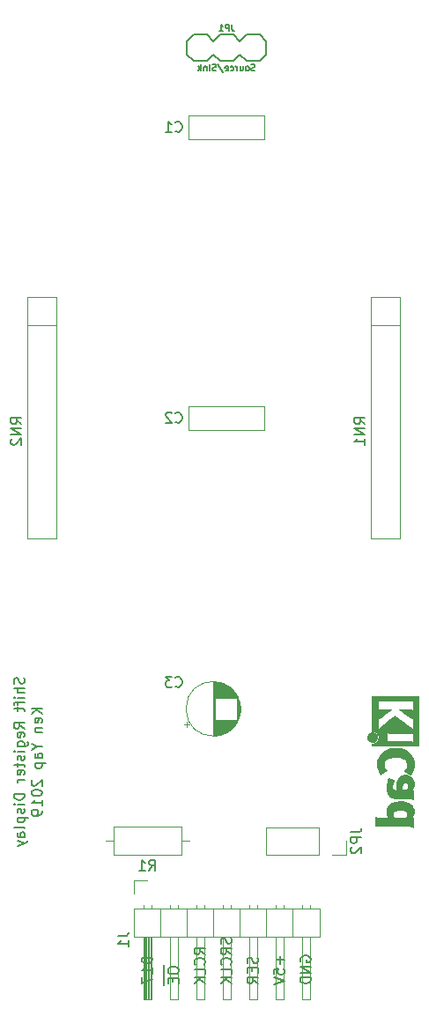
<source format=gbo>
%TF.GenerationSoftware,KiCad,Pcbnew,5.1.5-5.1.5*%
%TF.CreationDate,2019-11-28T22:59:43+11:00*%
%TF.ProjectId,srdisplay,73726469-7370-46c6-9179-2e6b69636164,rev?*%
%TF.SameCoordinates,Original*%
%TF.FileFunction,Legend,Bot*%
%TF.FilePolarity,Positive*%
%FSLAX46Y46*%
G04 Gerber Fmt 4.6, Leading zero omitted, Abs format (unit mm)*
G04 Created by KiCad (PCBNEW 5.1.5-5.1.5) date 2019-11-28 22:59:43*
%MOMM*%
%LPD*%
G04 APERTURE LIST*
%ADD10C,0.150000*%
%ADD11C,0.200000*%
%ADD12C,0.203200*%
%ADD13C,0.120000*%
%ADD14C,0.010000*%
%ADD15C,0.127000*%
G04 APERTURE END LIST*
D10*
X179840000Y-125886785D02*
X179792380Y-125791547D01*
X179792380Y-125648690D01*
X179840000Y-125505833D01*
X179935238Y-125410595D01*
X180030476Y-125362976D01*
X180220952Y-125315357D01*
X180363809Y-125315357D01*
X180554285Y-125362976D01*
X180649523Y-125410595D01*
X180744761Y-125505833D01*
X180792380Y-125648690D01*
X180792380Y-125743928D01*
X180744761Y-125886785D01*
X180697142Y-125934404D01*
X180363809Y-125934404D01*
X180363809Y-125743928D01*
X180792380Y-126362976D02*
X179792380Y-126362976D01*
X180792380Y-126934404D01*
X179792380Y-126934404D01*
X180792380Y-127410595D02*
X179792380Y-127410595D01*
X179792380Y-127648690D01*
X179840000Y-127791547D01*
X179935238Y-127886785D01*
X180030476Y-127934404D01*
X180220952Y-127982023D01*
X180363809Y-127982023D01*
X180554285Y-127934404D01*
X180649523Y-127886785D01*
X180744761Y-127791547D01*
X180792380Y-127648690D01*
X180792380Y-127410595D01*
X166725000Y-126220119D02*
X166725000Y-127267738D01*
X167092380Y-126648690D02*
X167092380Y-126839166D01*
X167140000Y-126934404D01*
X167235238Y-127029642D01*
X167425714Y-127077261D01*
X167759047Y-127077261D01*
X167949523Y-127029642D01*
X168044761Y-126934404D01*
X168092380Y-126839166D01*
X168092380Y-126648690D01*
X168044761Y-126553452D01*
X167949523Y-126458214D01*
X167759047Y-126410595D01*
X167425714Y-126410595D01*
X167235238Y-126458214D01*
X167140000Y-126553452D01*
X167092380Y-126648690D01*
X166725000Y-127267738D02*
X166725000Y-128172500D01*
X167568571Y-127505833D02*
X167568571Y-127839166D01*
X168092380Y-127982023D02*
X168092380Y-127505833D01*
X167092380Y-127505833D01*
X167092380Y-127982023D01*
X165552380Y-125505833D02*
X164552380Y-125505833D01*
X164552380Y-125743928D01*
X164600000Y-125886785D01*
X164695238Y-125982023D01*
X164790476Y-126029642D01*
X164980952Y-126077261D01*
X165123809Y-126077261D01*
X165314285Y-126029642D01*
X165409523Y-125982023D01*
X165504761Y-125886785D01*
X165552380Y-125743928D01*
X165552380Y-125505833D01*
X165552380Y-127029642D02*
X165552380Y-126458214D01*
X165552380Y-126743928D02*
X164552380Y-126743928D01*
X164695238Y-126648690D01*
X164790476Y-126553452D01*
X164838095Y-126458214D01*
X164552380Y-127362976D02*
X164552380Y-128029642D01*
X165552380Y-127601071D01*
X170632380Y-125172500D02*
X170156190Y-124839166D01*
X170632380Y-124601071D02*
X169632380Y-124601071D01*
X169632380Y-124982023D01*
X169680000Y-125077261D01*
X169727619Y-125124880D01*
X169822857Y-125172500D01*
X169965714Y-125172500D01*
X170060952Y-125124880D01*
X170108571Y-125077261D01*
X170156190Y-124982023D01*
X170156190Y-124601071D01*
X170537142Y-126172500D02*
X170584761Y-126124880D01*
X170632380Y-125982023D01*
X170632380Y-125886785D01*
X170584761Y-125743928D01*
X170489523Y-125648690D01*
X170394285Y-125601071D01*
X170203809Y-125553452D01*
X170060952Y-125553452D01*
X169870476Y-125601071D01*
X169775238Y-125648690D01*
X169680000Y-125743928D01*
X169632380Y-125886785D01*
X169632380Y-125982023D01*
X169680000Y-126124880D01*
X169727619Y-126172500D01*
X170632380Y-127077261D02*
X170632380Y-126601071D01*
X169632380Y-126601071D01*
X170632380Y-127410595D02*
X169632380Y-127410595D01*
X170632380Y-127982023D02*
X170060952Y-127553452D01*
X169632380Y-127982023D02*
X170203809Y-127410595D01*
X173124761Y-123601071D02*
X173172380Y-123743928D01*
X173172380Y-123982023D01*
X173124761Y-124077261D01*
X173077142Y-124124880D01*
X172981904Y-124172500D01*
X172886666Y-124172500D01*
X172791428Y-124124880D01*
X172743809Y-124077261D01*
X172696190Y-123982023D01*
X172648571Y-123791547D01*
X172600952Y-123696309D01*
X172553333Y-123648690D01*
X172458095Y-123601071D01*
X172362857Y-123601071D01*
X172267619Y-123648690D01*
X172220000Y-123696309D01*
X172172380Y-123791547D01*
X172172380Y-124029642D01*
X172220000Y-124172500D01*
X173172380Y-125172500D02*
X172696190Y-124839166D01*
X173172380Y-124601071D02*
X172172380Y-124601071D01*
X172172380Y-124982023D01*
X172220000Y-125077261D01*
X172267619Y-125124880D01*
X172362857Y-125172500D01*
X172505714Y-125172500D01*
X172600952Y-125124880D01*
X172648571Y-125077261D01*
X172696190Y-124982023D01*
X172696190Y-124601071D01*
X173077142Y-126172500D02*
X173124761Y-126124880D01*
X173172380Y-125982023D01*
X173172380Y-125886785D01*
X173124761Y-125743928D01*
X173029523Y-125648690D01*
X172934285Y-125601071D01*
X172743809Y-125553452D01*
X172600952Y-125553452D01*
X172410476Y-125601071D01*
X172315238Y-125648690D01*
X172220000Y-125743928D01*
X172172380Y-125886785D01*
X172172380Y-125982023D01*
X172220000Y-126124880D01*
X172267619Y-126172500D01*
X173172380Y-127077261D02*
X173172380Y-126601071D01*
X172172380Y-126601071D01*
X173172380Y-127410595D02*
X172172380Y-127410595D01*
X173172380Y-127982023D02*
X172600952Y-127553452D01*
X172172380Y-127982023D02*
X172743809Y-127410595D01*
X175664761Y-125505833D02*
X175712380Y-125648690D01*
X175712380Y-125886785D01*
X175664761Y-125982023D01*
X175617142Y-126029642D01*
X175521904Y-126077261D01*
X175426666Y-126077261D01*
X175331428Y-126029642D01*
X175283809Y-125982023D01*
X175236190Y-125886785D01*
X175188571Y-125696309D01*
X175140952Y-125601071D01*
X175093333Y-125553452D01*
X174998095Y-125505833D01*
X174902857Y-125505833D01*
X174807619Y-125553452D01*
X174760000Y-125601071D01*
X174712380Y-125696309D01*
X174712380Y-125934404D01*
X174760000Y-126077261D01*
X175188571Y-126505833D02*
X175188571Y-126839166D01*
X175712380Y-126982023D02*
X175712380Y-126505833D01*
X174712380Y-126505833D01*
X174712380Y-126982023D01*
X175712380Y-127982023D02*
X175236190Y-127648690D01*
X175712380Y-127410595D02*
X174712380Y-127410595D01*
X174712380Y-127791547D01*
X174760000Y-127886785D01*
X174807619Y-127934404D01*
X174902857Y-127982023D01*
X175045714Y-127982023D01*
X175140952Y-127934404D01*
X175188571Y-127886785D01*
X175236190Y-127791547D01*
X175236190Y-127410595D01*
X177871428Y-125362976D02*
X177871428Y-126124880D01*
X178252380Y-125743928D02*
X177490476Y-125743928D01*
X177252380Y-127077261D02*
X177252380Y-126601071D01*
X177728571Y-126553452D01*
X177680952Y-126601071D01*
X177633333Y-126696309D01*
X177633333Y-126934404D01*
X177680952Y-127029642D01*
X177728571Y-127077261D01*
X177823809Y-127124880D01*
X178061904Y-127124880D01*
X178157142Y-127077261D01*
X178204761Y-127029642D01*
X178252380Y-126934404D01*
X178252380Y-126696309D01*
X178204761Y-126601071D01*
X178157142Y-126553452D01*
X177252380Y-127410595D02*
X178252380Y-127743928D01*
X177252380Y-128077261D01*
D11*
X153224761Y-98632380D02*
X153272380Y-98775238D01*
X153272380Y-99013333D01*
X153224761Y-99108571D01*
X153177142Y-99156190D01*
X153081904Y-99203809D01*
X152986666Y-99203809D01*
X152891428Y-99156190D01*
X152843809Y-99108571D01*
X152796190Y-99013333D01*
X152748571Y-98822857D01*
X152700952Y-98727619D01*
X152653333Y-98680000D01*
X152558095Y-98632380D01*
X152462857Y-98632380D01*
X152367619Y-98680000D01*
X152320000Y-98727619D01*
X152272380Y-98822857D01*
X152272380Y-99060952D01*
X152320000Y-99203809D01*
X153272380Y-99632380D02*
X152272380Y-99632380D01*
X153272380Y-100060952D02*
X152748571Y-100060952D01*
X152653333Y-100013333D01*
X152605714Y-99918095D01*
X152605714Y-99775238D01*
X152653333Y-99679999D01*
X152700952Y-99632380D01*
X153272380Y-100537142D02*
X152605714Y-100537142D01*
X152272380Y-100537142D02*
X152320000Y-100489523D01*
X152367619Y-100537142D01*
X152320000Y-100584761D01*
X152272380Y-100537142D01*
X152367619Y-100537142D01*
X152605714Y-100870476D02*
X152605714Y-101251428D01*
X153272380Y-101013333D02*
X152415238Y-101013333D01*
X152320000Y-101060952D01*
X152272380Y-101156190D01*
X152272380Y-101251428D01*
X152605714Y-101441904D02*
X152605714Y-101822857D01*
X152272380Y-101584761D02*
X153129523Y-101584761D01*
X153224761Y-101632380D01*
X153272380Y-101727619D01*
X153272380Y-101822857D01*
X153272380Y-103489523D02*
X152796190Y-103156190D01*
X153272380Y-102918095D02*
X152272380Y-102918095D01*
X152272380Y-103299047D01*
X152320000Y-103394285D01*
X152367619Y-103441904D01*
X152462857Y-103489523D01*
X152605714Y-103489523D01*
X152700952Y-103441904D01*
X152748571Y-103394285D01*
X152796190Y-103299047D01*
X152796190Y-102918095D01*
X153224761Y-104299047D02*
X153272380Y-104203809D01*
X153272380Y-104013333D01*
X153224761Y-103918095D01*
X153129523Y-103870476D01*
X152748571Y-103870476D01*
X152653333Y-103918095D01*
X152605714Y-104013333D01*
X152605714Y-104203809D01*
X152653333Y-104299047D01*
X152748571Y-104346666D01*
X152843809Y-104346666D01*
X152939047Y-103870476D01*
X152605714Y-105203809D02*
X153415238Y-105203809D01*
X153510476Y-105156190D01*
X153558095Y-105108571D01*
X153605714Y-105013333D01*
X153605714Y-104870476D01*
X153558095Y-104775238D01*
X153224761Y-105203809D02*
X153272380Y-105108571D01*
X153272380Y-104918095D01*
X153224761Y-104822857D01*
X153177142Y-104775238D01*
X153081904Y-104727619D01*
X152796190Y-104727619D01*
X152700952Y-104775238D01*
X152653333Y-104822857D01*
X152605714Y-104918095D01*
X152605714Y-105108571D01*
X152653333Y-105203809D01*
X153272380Y-105679999D02*
X152605714Y-105679999D01*
X152272380Y-105679999D02*
X152320000Y-105632380D01*
X152367619Y-105679999D01*
X152320000Y-105727619D01*
X152272380Y-105679999D01*
X152367619Y-105679999D01*
X153224761Y-106108571D02*
X153272380Y-106203809D01*
X153272380Y-106394285D01*
X153224761Y-106489523D01*
X153129523Y-106537142D01*
X153081904Y-106537142D01*
X152986666Y-106489523D01*
X152939047Y-106394285D01*
X152939047Y-106251428D01*
X152891428Y-106156190D01*
X152796190Y-106108571D01*
X152748571Y-106108571D01*
X152653333Y-106156190D01*
X152605714Y-106251428D01*
X152605714Y-106394285D01*
X152653333Y-106489523D01*
X152605714Y-106822857D02*
X152605714Y-107203809D01*
X152272380Y-106965714D02*
X153129523Y-106965714D01*
X153224761Y-107013333D01*
X153272380Y-107108571D01*
X153272380Y-107203809D01*
X153224761Y-107918095D02*
X153272380Y-107822857D01*
X153272380Y-107632380D01*
X153224761Y-107537142D01*
X153129523Y-107489523D01*
X152748571Y-107489523D01*
X152653333Y-107537142D01*
X152605714Y-107632380D01*
X152605714Y-107822857D01*
X152653333Y-107918095D01*
X152748571Y-107965714D01*
X152843809Y-107965714D01*
X152939047Y-107489523D01*
X153272380Y-108394285D02*
X152605714Y-108394285D01*
X152796190Y-108394285D02*
X152700952Y-108441904D01*
X152653333Y-108489523D01*
X152605714Y-108584761D01*
X152605714Y-108679999D01*
X153272380Y-109775238D02*
X152272380Y-109775238D01*
X152272380Y-110013333D01*
X152320000Y-110156190D01*
X152415238Y-110251428D01*
X152510476Y-110299047D01*
X152700952Y-110346666D01*
X152843809Y-110346666D01*
X153034285Y-110299047D01*
X153129523Y-110251428D01*
X153224761Y-110156190D01*
X153272380Y-110013333D01*
X153272380Y-109775238D01*
X153272380Y-110775238D02*
X152605714Y-110775238D01*
X152272380Y-110775238D02*
X152320000Y-110727619D01*
X152367619Y-110775238D01*
X152320000Y-110822857D01*
X152272380Y-110775238D01*
X152367619Y-110775238D01*
X153224761Y-111203809D02*
X153272380Y-111299047D01*
X153272380Y-111489523D01*
X153224761Y-111584761D01*
X153129523Y-111632380D01*
X153081904Y-111632380D01*
X152986666Y-111584761D01*
X152939047Y-111489523D01*
X152939047Y-111346666D01*
X152891428Y-111251428D01*
X152796190Y-111203809D01*
X152748571Y-111203809D01*
X152653333Y-111251428D01*
X152605714Y-111346666D01*
X152605714Y-111489523D01*
X152653333Y-111584761D01*
X152605714Y-112060952D02*
X153605714Y-112060952D01*
X152653333Y-112060952D02*
X152605714Y-112156190D01*
X152605714Y-112346666D01*
X152653333Y-112441904D01*
X152700952Y-112489523D01*
X152796190Y-112537142D01*
X153081904Y-112537142D01*
X153177142Y-112489523D01*
X153224761Y-112441904D01*
X153272380Y-112346666D01*
X153272380Y-112156190D01*
X153224761Y-112060952D01*
X153272380Y-113108571D02*
X153224761Y-113013333D01*
X153129523Y-112965714D01*
X152272380Y-112965714D01*
X153272380Y-113918095D02*
X152748571Y-113918095D01*
X152653333Y-113870476D01*
X152605714Y-113775238D01*
X152605714Y-113584761D01*
X152653333Y-113489523D01*
X153224761Y-113918095D02*
X153272380Y-113822857D01*
X153272380Y-113584761D01*
X153224761Y-113489523D01*
X153129523Y-113441904D01*
X153034285Y-113441904D01*
X152939047Y-113489523D01*
X152891428Y-113584761D01*
X152891428Y-113822857D01*
X152843809Y-113918095D01*
X152605714Y-114299047D02*
X153272380Y-114537142D01*
X152605714Y-114775238D02*
X153272380Y-114537142D01*
X153510476Y-114441904D01*
X153558095Y-114394285D01*
X153605714Y-114299047D01*
X154972380Y-101537142D02*
X153972380Y-101537142D01*
X154972380Y-102108571D02*
X154400952Y-101680000D01*
X153972380Y-102108571D02*
X154543809Y-101537142D01*
X154924761Y-102918095D02*
X154972380Y-102822857D01*
X154972380Y-102632380D01*
X154924761Y-102537142D01*
X154829523Y-102489523D01*
X154448571Y-102489523D01*
X154353333Y-102537142D01*
X154305714Y-102632380D01*
X154305714Y-102822857D01*
X154353333Y-102918095D01*
X154448571Y-102965714D01*
X154543809Y-102965714D01*
X154639047Y-102489523D01*
X154305714Y-103394285D02*
X154972380Y-103394285D01*
X154400952Y-103394285D02*
X154353333Y-103441904D01*
X154305714Y-103537142D01*
X154305714Y-103680000D01*
X154353333Y-103775238D01*
X154448571Y-103822857D01*
X154972380Y-103822857D01*
X154496190Y-105251428D02*
X154972380Y-105251428D01*
X153972380Y-104918095D02*
X154496190Y-105251428D01*
X153972380Y-105584761D01*
X154972380Y-106346666D02*
X154448571Y-106346666D01*
X154353333Y-106299047D01*
X154305714Y-106203809D01*
X154305714Y-106013333D01*
X154353333Y-105918095D01*
X154924761Y-106346666D02*
X154972380Y-106251428D01*
X154972380Y-106013333D01*
X154924761Y-105918095D01*
X154829523Y-105870476D01*
X154734285Y-105870476D01*
X154639047Y-105918095D01*
X154591428Y-106013333D01*
X154591428Y-106251428D01*
X154543809Y-106346666D01*
X154305714Y-106822857D02*
X155305714Y-106822857D01*
X154353333Y-106822857D02*
X154305714Y-106918095D01*
X154305714Y-107108571D01*
X154353333Y-107203809D01*
X154400952Y-107251428D01*
X154496190Y-107299047D01*
X154781904Y-107299047D01*
X154877142Y-107251428D01*
X154924761Y-107203809D01*
X154972380Y-107108571D01*
X154972380Y-106918095D01*
X154924761Y-106822857D01*
X154067619Y-108441904D02*
X154020000Y-108489523D01*
X153972380Y-108584761D01*
X153972380Y-108822857D01*
X154020000Y-108918095D01*
X154067619Y-108965714D01*
X154162857Y-109013333D01*
X154258095Y-109013333D01*
X154400952Y-108965714D01*
X154972380Y-108394285D01*
X154972380Y-109013333D01*
X153972380Y-109632380D02*
X153972380Y-109727619D01*
X154020000Y-109822857D01*
X154067619Y-109870476D01*
X154162857Y-109918095D01*
X154353333Y-109965714D01*
X154591428Y-109965714D01*
X154781904Y-109918095D01*
X154877142Y-109870476D01*
X154924761Y-109822857D01*
X154972380Y-109727619D01*
X154972380Y-109632380D01*
X154924761Y-109537142D01*
X154877142Y-109489523D01*
X154781904Y-109441904D01*
X154591428Y-109394285D01*
X154353333Y-109394285D01*
X154162857Y-109441904D01*
X154067619Y-109489523D01*
X154020000Y-109537142D01*
X153972380Y-109632380D01*
X154972380Y-110918095D02*
X154972380Y-110346666D01*
X154972380Y-110632380D02*
X153972380Y-110632380D01*
X154115238Y-110537142D01*
X154210476Y-110441904D01*
X154258095Y-110346666D01*
X154972380Y-111394285D02*
X154972380Y-111584761D01*
X154924761Y-111680000D01*
X154877142Y-111727619D01*
X154734285Y-111822857D01*
X154543809Y-111870476D01*
X154162857Y-111870476D01*
X154067619Y-111822857D01*
X154020000Y-111775238D01*
X153972380Y-111680000D01*
X153972380Y-111489523D01*
X154020000Y-111394285D01*
X154067619Y-111346666D01*
X154162857Y-111299047D01*
X154400952Y-111299047D01*
X154496190Y-111346666D01*
X154543809Y-111394285D01*
X154591428Y-111489523D01*
X154591428Y-111680000D01*
X154543809Y-111775238D01*
X154496190Y-111822857D01*
X154400952Y-111870476D01*
D12*
X168910000Y-37465000D02*
X168910000Y-38735000D01*
X174625000Y-39370000D02*
X175895000Y-39370000D01*
X176530000Y-38735000D02*
X175895000Y-39370000D01*
X175895000Y-36830000D02*
X176530000Y-37465000D01*
X176530000Y-37465000D02*
X176530000Y-38735000D01*
X173355000Y-39370000D02*
X173990000Y-38735000D01*
X172085000Y-39370000D02*
X173355000Y-39370000D01*
X171450000Y-38735000D02*
X172085000Y-39370000D01*
X172085000Y-36830000D02*
X171450000Y-37465000D01*
X173355000Y-36830000D02*
X172085000Y-36830000D01*
X173990000Y-37465000D02*
X173355000Y-36830000D01*
X173990000Y-38735000D02*
X174625000Y-39370000D01*
X174625000Y-36830000D02*
X173990000Y-37465000D01*
X175895000Y-36830000D02*
X174625000Y-36830000D01*
X170815000Y-39370000D02*
X171450000Y-38735000D01*
X169545000Y-39370000D02*
X170815000Y-39370000D01*
X168910000Y-38735000D02*
X169545000Y-39370000D01*
X169545000Y-36830000D02*
X168910000Y-37465000D01*
X170815000Y-36830000D02*
X169545000Y-36830000D01*
X171450000Y-37465000D02*
X170815000Y-36830000D01*
D13*
X163830000Y-118110000D02*
X163830000Y-119380000D01*
X165100000Y-118110000D02*
X163830000Y-118110000D01*
X180720000Y-120422929D02*
X180720000Y-120820000D01*
X179960000Y-120422929D02*
X179960000Y-120820000D01*
X180720000Y-129480000D02*
X180720000Y-123480000D01*
X179960000Y-129480000D02*
X180720000Y-129480000D01*
X179960000Y-123480000D02*
X179960000Y-129480000D01*
X179070000Y-120820000D02*
X179070000Y-123480000D01*
X178180000Y-120422929D02*
X178180000Y-120820000D01*
X177420000Y-120422929D02*
X177420000Y-120820000D01*
X178180000Y-129480000D02*
X178180000Y-123480000D01*
X177420000Y-129480000D02*
X178180000Y-129480000D01*
X177420000Y-123480000D02*
X177420000Y-129480000D01*
X176530000Y-120820000D02*
X176530000Y-123480000D01*
X175640000Y-120422929D02*
X175640000Y-120820000D01*
X174880000Y-120422929D02*
X174880000Y-120820000D01*
X175640000Y-129480000D02*
X175640000Y-123480000D01*
X174880000Y-129480000D02*
X175640000Y-129480000D01*
X174880000Y-123480000D02*
X174880000Y-129480000D01*
X173990000Y-120820000D02*
X173990000Y-123480000D01*
X173100000Y-120422929D02*
X173100000Y-120820000D01*
X172340000Y-120422929D02*
X172340000Y-120820000D01*
X173100000Y-129480000D02*
X173100000Y-123480000D01*
X172340000Y-129480000D02*
X173100000Y-129480000D01*
X172340000Y-123480000D02*
X172340000Y-129480000D01*
X171450000Y-120820000D02*
X171450000Y-123480000D01*
X170560000Y-120422929D02*
X170560000Y-120820000D01*
X169800000Y-120422929D02*
X169800000Y-120820000D01*
X170560000Y-129480000D02*
X170560000Y-123480000D01*
X169800000Y-129480000D02*
X170560000Y-129480000D01*
X169800000Y-123480000D02*
X169800000Y-129480000D01*
X168910000Y-120820000D02*
X168910000Y-123480000D01*
X168020000Y-120422929D02*
X168020000Y-120820000D01*
X167260000Y-120422929D02*
X167260000Y-120820000D01*
X168020000Y-129480000D02*
X168020000Y-123480000D01*
X167260000Y-129480000D02*
X168020000Y-129480000D01*
X167260000Y-123480000D02*
X167260000Y-129480000D01*
X166370000Y-120820000D02*
X166370000Y-123480000D01*
X165480000Y-120490000D02*
X165480000Y-120820000D01*
X164720000Y-120490000D02*
X164720000Y-120820000D01*
X165380000Y-123480000D02*
X165380000Y-129480000D01*
X165260000Y-123480000D02*
X165260000Y-129480000D01*
X165140000Y-123480000D02*
X165140000Y-129480000D01*
X165020000Y-123480000D02*
X165020000Y-129480000D01*
X164900000Y-123480000D02*
X164900000Y-129480000D01*
X164780000Y-123480000D02*
X164780000Y-129480000D01*
X165480000Y-129480000D02*
X165480000Y-123480000D01*
X164720000Y-129480000D02*
X165480000Y-129480000D01*
X164720000Y-123480000D02*
X164720000Y-129480000D01*
X163770000Y-123480000D02*
X163770000Y-120820000D01*
X181670000Y-123480000D02*
X163770000Y-123480000D01*
X181670000Y-120820000D02*
X181670000Y-123480000D01*
X163770000Y-120820000D02*
X181670000Y-120820000D01*
X184210000Y-115630000D02*
X184210000Y-114300000D01*
X182880000Y-115630000D02*
X184210000Y-115630000D01*
X181610000Y-115630000D02*
X181610000Y-112970000D01*
X181610000Y-112970000D02*
X176470000Y-112970000D01*
X181610000Y-115630000D02*
X176470000Y-115630000D01*
X176470000Y-115630000D02*
X176470000Y-112970000D01*
X168875225Y-103325000D02*
X168875225Y-102825000D01*
X168625225Y-103075000D02*
X169125225Y-103075000D01*
X174031000Y-101884000D02*
X174031000Y-101316000D01*
X173991000Y-102118000D02*
X173991000Y-101082000D01*
X173951000Y-102277000D02*
X173951000Y-100923000D01*
X173911000Y-102405000D02*
X173911000Y-100795000D01*
X173871000Y-102515000D02*
X173871000Y-100685000D01*
X173831000Y-102611000D02*
X173831000Y-100589000D01*
X173791000Y-102698000D02*
X173791000Y-100502000D01*
X173751000Y-102778000D02*
X173751000Y-100422000D01*
X173711000Y-100560000D02*
X173711000Y-100349000D01*
X173711000Y-102851000D02*
X173711000Y-102640000D01*
X173671000Y-100560000D02*
X173671000Y-100281000D01*
X173671000Y-102919000D02*
X173671000Y-102640000D01*
X173631000Y-100560000D02*
X173631000Y-100217000D01*
X173631000Y-102983000D02*
X173631000Y-102640000D01*
X173591000Y-100560000D02*
X173591000Y-100157000D01*
X173591000Y-103043000D02*
X173591000Y-102640000D01*
X173551000Y-100560000D02*
X173551000Y-100100000D01*
X173551000Y-103100000D02*
X173551000Y-102640000D01*
X173511000Y-100560000D02*
X173511000Y-100046000D01*
X173511000Y-103154000D02*
X173511000Y-102640000D01*
X173471000Y-100560000D02*
X173471000Y-99995000D01*
X173471000Y-103205000D02*
X173471000Y-102640000D01*
X173431000Y-100560000D02*
X173431000Y-99947000D01*
X173431000Y-103253000D02*
X173431000Y-102640000D01*
X173391000Y-100560000D02*
X173391000Y-99901000D01*
X173391000Y-103299000D02*
X173391000Y-102640000D01*
X173351000Y-100560000D02*
X173351000Y-99857000D01*
X173351000Y-103343000D02*
X173351000Y-102640000D01*
X173311000Y-100560000D02*
X173311000Y-99815000D01*
X173311000Y-103385000D02*
X173311000Y-102640000D01*
X173271000Y-100560000D02*
X173271000Y-99774000D01*
X173271000Y-103426000D02*
X173271000Y-102640000D01*
X173231000Y-100560000D02*
X173231000Y-99736000D01*
X173231000Y-103464000D02*
X173231000Y-102640000D01*
X173191000Y-100560000D02*
X173191000Y-99699000D01*
X173191000Y-103501000D02*
X173191000Y-102640000D01*
X173151000Y-100560000D02*
X173151000Y-99663000D01*
X173151000Y-103537000D02*
X173151000Y-102640000D01*
X173111000Y-100560000D02*
X173111000Y-99629000D01*
X173111000Y-103571000D02*
X173111000Y-102640000D01*
X173071000Y-100560000D02*
X173071000Y-99596000D01*
X173071000Y-103604000D02*
X173071000Y-102640000D01*
X173031000Y-100560000D02*
X173031000Y-99565000D01*
X173031000Y-103635000D02*
X173031000Y-102640000D01*
X172991000Y-100560000D02*
X172991000Y-99535000D01*
X172991000Y-103665000D02*
X172991000Y-102640000D01*
X172951000Y-100560000D02*
X172951000Y-99505000D01*
X172951000Y-103695000D02*
X172951000Y-102640000D01*
X172911000Y-100560000D02*
X172911000Y-99478000D01*
X172911000Y-103722000D02*
X172911000Y-102640000D01*
X172871000Y-100560000D02*
X172871000Y-99451000D01*
X172871000Y-103749000D02*
X172871000Y-102640000D01*
X172831000Y-100560000D02*
X172831000Y-99425000D01*
X172831000Y-103775000D02*
X172831000Y-102640000D01*
X172791000Y-100560000D02*
X172791000Y-99400000D01*
X172791000Y-103800000D02*
X172791000Y-102640000D01*
X172751000Y-100560000D02*
X172751000Y-99376000D01*
X172751000Y-103824000D02*
X172751000Y-102640000D01*
X172711000Y-100560000D02*
X172711000Y-99353000D01*
X172711000Y-103847000D02*
X172711000Y-102640000D01*
X172671000Y-100560000D02*
X172671000Y-99332000D01*
X172671000Y-103868000D02*
X172671000Y-102640000D01*
X172631000Y-100560000D02*
X172631000Y-99310000D01*
X172631000Y-103890000D02*
X172631000Y-102640000D01*
X172591000Y-100560000D02*
X172591000Y-99290000D01*
X172591000Y-103910000D02*
X172591000Y-102640000D01*
X172551000Y-100560000D02*
X172551000Y-99271000D01*
X172551000Y-103929000D02*
X172551000Y-102640000D01*
X172511000Y-100560000D02*
X172511000Y-99252000D01*
X172511000Y-103948000D02*
X172511000Y-102640000D01*
X172471000Y-100560000D02*
X172471000Y-99235000D01*
X172471000Y-103965000D02*
X172471000Y-102640000D01*
X172431000Y-100560000D02*
X172431000Y-99218000D01*
X172431000Y-103982000D02*
X172431000Y-102640000D01*
X172391000Y-100560000D02*
X172391000Y-99202000D01*
X172391000Y-103998000D02*
X172391000Y-102640000D01*
X172351000Y-100560000D02*
X172351000Y-99186000D01*
X172351000Y-104014000D02*
X172351000Y-102640000D01*
X172311000Y-100560000D02*
X172311000Y-99172000D01*
X172311000Y-104028000D02*
X172311000Y-102640000D01*
X172271000Y-100560000D02*
X172271000Y-99158000D01*
X172271000Y-104042000D02*
X172271000Y-102640000D01*
X172231000Y-100560000D02*
X172231000Y-99145000D01*
X172231000Y-104055000D02*
X172231000Y-102640000D01*
X172191000Y-100560000D02*
X172191000Y-99132000D01*
X172191000Y-104068000D02*
X172191000Y-102640000D01*
X172151000Y-100560000D02*
X172151000Y-99120000D01*
X172151000Y-104080000D02*
X172151000Y-102640000D01*
X172110000Y-100560000D02*
X172110000Y-99109000D01*
X172110000Y-104091000D02*
X172110000Y-102640000D01*
X172070000Y-100560000D02*
X172070000Y-99099000D01*
X172070000Y-104101000D02*
X172070000Y-102640000D01*
X172030000Y-100560000D02*
X172030000Y-99089000D01*
X172030000Y-104111000D02*
X172030000Y-102640000D01*
X171990000Y-100560000D02*
X171990000Y-99080000D01*
X171990000Y-104120000D02*
X171990000Y-102640000D01*
X171950000Y-100560000D02*
X171950000Y-99072000D01*
X171950000Y-104128000D02*
X171950000Y-102640000D01*
X171910000Y-100560000D02*
X171910000Y-99064000D01*
X171910000Y-104136000D02*
X171910000Y-102640000D01*
X171870000Y-100560000D02*
X171870000Y-99057000D01*
X171870000Y-104143000D02*
X171870000Y-102640000D01*
X171830000Y-100560000D02*
X171830000Y-99050000D01*
X171830000Y-104150000D02*
X171830000Y-102640000D01*
X171790000Y-100560000D02*
X171790000Y-99044000D01*
X171790000Y-104156000D02*
X171790000Y-102640000D01*
X171750000Y-100560000D02*
X171750000Y-99039000D01*
X171750000Y-104161000D02*
X171750000Y-102640000D01*
X171710000Y-100560000D02*
X171710000Y-99035000D01*
X171710000Y-104165000D02*
X171710000Y-102640000D01*
X171670000Y-100560000D02*
X171670000Y-99031000D01*
X171670000Y-104169000D02*
X171670000Y-102640000D01*
X171630000Y-104173000D02*
X171630000Y-99027000D01*
X171590000Y-104176000D02*
X171590000Y-99024000D01*
X171550000Y-104178000D02*
X171550000Y-99022000D01*
X171510000Y-104179000D02*
X171510000Y-99021000D01*
X171470000Y-104180000D02*
X171470000Y-99020000D01*
X171430000Y-104180000D02*
X171430000Y-99020000D01*
X174050000Y-101600000D02*
G75*
G03X174050000Y-101600000I-2620000J0D01*
G01*
D14*
G36*
X186256571Y-104406957D02*
G01*
X186280809Y-104503232D01*
X186323641Y-104589816D01*
X186383419Y-104664627D01*
X186458494Y-104725582D01*
X186547220Y-104770601D01*
X186643530Y-104796864D01*
X186740795Y-104802714D01*
X186834654Y-104787860D01*
X186922511Y-104754160D01*
X187001770Y-104703472D01*
X187069836Y-104637655D01*
X187124112Y-104558566D01*
X187162002Y-104468066D01*
X187174426Y-104416800D01*
X187181947Y-104372302D01*
X187184919Y-104338001D01*
X187183094Y-104305040D01*
X187176225Y-104264566D01*
X187169250Y-104231469D01*
X187137741Y-104138053D01*
X187086617Y-104054381D01*
X187017429Y-103982335D01*
X186931728Y-103923800D01*
X186904489Y-103909852D01*
X186868122Y-103893414D01*
X186837582Y-103883106D01*
X186805450Y-103877540D01*
X186764307Y-103875331D01*
X186718222Y-103875052D01*
X186633865Y-103879139D01*
X186564586Y-103892554D01*
X186503961Y-103917744D01*
X186445567Y-103957154D01*
X186401302Y-103995702D01*
X186335484Y-104067594D01*
X186290053Y-104142687D01*
X186262850Y-104225438D01*
X186252576Y-104303072D01*
X186256571Y-104406957D01*
G37*
X186256571Y-104406957D02*
X186280809Y-104503232D01*
X186323641Y-104589816D01*
X186383419Y-104664627D01*
X186458494Y-104725582D01*
X186547220Y-104770601D01*
X186643530Y-104796864D01*
X186740795Y-104802714D01*
X186834654Y-104787860D01*
X186922511Y-104754160D01*
X187001770Y-104703472D01*
X187069836Y-104637655D01*
X187124112Y-104558566D01*
X187162002Y-104468066D01*
X187174426Y-104416800D01*
X187181947Y-104372302D01*
X187184919Y-104338001D01*
X187183094Y-104305040D01*
X187176225Y-104264566D01*
X187169250Y-104231469D01*
X187137741Y-104138053D01*
X187086617Y-104054381D01*
X187017429Y-103982335D01*
X186931728Y-103923800D01*
X186904489Y-103909852D01*
X186868122Y-103893414D01*
X186837582Y-103883106D01*
X186805450Y-103877540D01*
X186764307Y-103875331D01*
X186718222Y-103875052D01*
X186633865Y-103879139D01*
X186564586Y-103892554D01*
X186503961Y-103917744D01*
X186445567Y-103957154D01*
X186401302Y-103995702D01*
X186335484Y-104067594D01*
X186290053Y-104142687D01*
X186262850Y-104225438D01*
X186252576Y-104303072D01*
X186256571Y-104406957D01*
G36*
X188702245Y-112866507D02*
G01*
X188936662Y-112866526D01*
X189149603Y-112866552D01*
X189342168Y-112866625D01*
X189515459Y-112866782D01*
X189670576Y-112867064D01*
X189808620Y-112867509D01*
X189930692Y-112868156D01*
X190037894Y-112869045D01*
X190131326Y-112870213D01*
X190212090Y-112871701D01*
X190281286Y-112873546D01*
X190340015Y-112875789D01*
X190389379Y-112878469D01*
X190430478Y-112881623D01*
X190464413Y-112885292D01*
X190492286Y-112889513D01*
X190515198Y-112894327D01*
X190534249Y-112899773D01*
X190550540Y-112905888D01*
X190565173Y-112912712D01*
X190579249Y-112920285D01*
X190593868Y-112928645D01*
X190602974Y-112933839D01*
X190663689Y-112968104D01*
X190663689Y-112109955D01*
X190567733Y-112109955D01*
X190524370Y-112109224D01*
X190491205Y-112107272D01*
X190473424Y-112104463D01*
X190471778Y-112103221D01*
X190478662Y-112091799D01*
X190496505Y-112069084D01*
X190515879Y-112046385D01*
X190556614Y-111991800D01*
X190597617Y-111922321D01*
X190635123Y-111845270D01*
X190665364Y-111767965D01*
X190675012Y-111737113D01*
X190689578Y-111668616D01*
X190699539Y-111585764D01*
X190704583Y-111496371D01*
X190704396Y-111408248D01*
X190698666Y-111329207D01*
X190692858Y-111291511D01*
X190654797Y-111153414D01*
X190597073Y-111026113D01*
X190520211Y-110910292D01*
X190424739Y-110806637D01*
X190311179Y-110715833D01*
X190200381Y-110649031D01*
X190083625Y-110594164D01*
X189964276Y-110552163D01*
X189838283Y-110522167D01*
X189701594Y-110503311D01*
X189550158Y-110494732D01*
X189472711Y-110494006D01*
X189415934Y-110496100D01*
X189415934Y-111325217D01*
X189509002Y-111325424D01*
X189596692Y-111328337D01*
X189673772Y-111334000D01*
X189735009Y-111342455D01*
X189747350Y-111345038D01*
X189854633Y-111376840D01*
X189941658Y-111418498D01*
X190008642Y-111470363D01*
X190055805Y-111532781D01*
X190083365Y-111606100D01*
X190091541Y-111690669D01*
X190080551Y-111786835D01*
X190064829Y-111850311D01*
X190046639Y-111899454D01*
X190020791Y-111953583D01*
X189997089Y-111994244D01*
X189950721Y-112064800D01*
X188800530Y-112064800D01*
X188756962Y-111997392D01*
X188716040Y-111918867D01*
X188689389Y-111834681D01*
X188677465Y-111749557D01*
X188680722Y-111668216D01*
X188699615Y-111595380D01*
X188715184Y-111563426D01*
X188758181Y-111505501D01*
X188814953Y-111456544D01*
X188887575Y-111415390D01*
X188978121Y-111380874D01*
X189088666Y-111351833D01*
X189094533Y-111350552D01*
X189156788Y-111340381D01*
X189234594Y-111332739D01*
X189322720Y-111327670D01*
X189415934Y-111325217D01*
X189415934Y-110496100D01*
X189259895Y-110501857D01*
X189064059Y-110523802D01*
X188885332Y-110559786D01*
X188723845Y-110609759D01*
X188579726Y-110673668D01*
X188453106Y-110751462D01*
X188344115Y-110843089D01*
X188252883Y-110948497D01*
X188221932Y-110993662D01*
X188165785Y-111094611D01*
X188126174Y-111197901D01*
X188102014Y-111307989D01*
X188092219Y-111429330D01*
X188093265Y-111521836D01*
X188104231Y-111651490D01*
X188126046Y-111764084D01*
X188159714Y-111862875D01*
X188206236Y-111951121D01*
X188240448Y-111999986D01*
X188262362Y-112029353D01*
X188277333Y-112051043D01*
X188281733Y-112059253D01*
X188270904Y-112060868D01*
X188240251Y-112062159D01*
X188192526Y-112063138D01*
X188130479Y-112063817D01*
X188056862Y-112064210D01*
X187974427Y-112064330D01*
X187885925Y-112064188D01*
X187794107Y-112063797D01*
X187701724Y-112063171D01*
X187611528Y-112062320D01*
X187526271Y-112061260D01*
X187448703Y-112060001D01*
X187381576Y-112058556D01*
X187327641Y-112056938D01*
X187289650Y-112055161D01*
X187282667Y-112054669D01*
X187212251Y-112047092D01*
X187157102Y-112035531D01*
X187109981Y-112017792D01*
X187063647Y-111991682D01*
X187054067Y-111985415D01*
X187017378Y-111960983D01*
X187017378Y-112866311D01*
X188702245Y-112866507D01*
G37*
X188702245Y-112866507D02*
X188936662Y-112866526D01*
X189149603Y-112866552D01*
X189342168Y-112866625D01*
X189515459Y-112866782D01*
X189670576Y-112867064D01*
X189808620Y-112867509D01*
X189930692Y-112868156D01*
X190037894Y-112869045D01*
X190131326Y-112870213D01*
X190212090Y-112871701D01*
X190281286Y-112873546D01*
X190340015Y-112875789D01*
X190389379Y-112878469D01*
X190430478Y-112881623D01*
X190464413Y-112885292D01*
X190492286Y-112889513D01*
X190515198Y-112894327D01*
X190534249Y-112899773D01*
X190550540Y-112905888D01*
X190565173Y-112912712D01*
X190579249Y-112920285D01*
X190593868Y-112928645D01*
X190602974Y-112933839D01*
X190663689Y-112968104D01*
X190663689Y-112109955D01*
X190567733Y-112109955D01*
X190524370Y-112109224D01*
X190491205Y-112107272D01*
X190473424Y-112104463D01*
X190471778Y-112103221D01*
X190478662Y-112091799D01*
X190496505Y-112069084D01*
X190515879Y-112046385D01*
X190556614Y-111991800D01*
X190597617Y-111922321D01*
X190635123Y-111845270D01*
X190665364Y-111767965D01*
X190675012Y-111737113D01*
X190689578Y-111668616D01*
X190699539Y-111585764D01*
X190704583Y-111496371D01*
X190704396Y-111408248D01*
X190698666Y-111329207D01*
X190692858Y-111291511D01*
X190654797Y-111153414D01*
X190597073Y-111026113D01*
X190520211Y-110910292D01*
X190424739Y-110806637D01*
X190311179Y-110715833D01*
X190200381Y-110649031D01*
X190083625Y-110594164D01*
X189964276Y-110552163D01*
X189838283Y-110522167D01*
X189701594Y-110503311D01*
X189550158Y-110494732D01*
X189472711Y-110494006D01*
X189415934Y-110496100D01*
X189415934Y-111325217D01*
X189509002Y-111325424D01*
X189596692Y-111328337D01*
X189673772Y-111334000D01*
X189735009Y-111342455D01*
X189747350Y-111345038D01*
X189854633Y-111376840D01*
X189941658Y-111418498D01*
X190008642Y-111470363D01*
X190055805Y-111532781D01*
X190083365Y-111606100D01*
X190091541Y-111690669D01*
X190080551Y-111786835D01*
X190064829Y-111850311D01*
X190046639Y-111899454D01*
X190020791Y-111953583D01*
X189997089Y-111994244D01*
X189950721Y-112064800D01*
X188800530Y-112064800D01*
X188756962Y-111997392D01*
X188716040Y-111918867D01*
X188689389Y-111834681D01*
X188677465Y-111749557D01*
X188680722Y-111668216D01*
X188699615Y-111595380D01*
X188715184Y-111563426D01*
X188758181Y-111505501D01*
X188814953Y-111456544D01*
X188887575Y-111415390D01*
X188978121Y-111380874D01*
X189088666Y-111351833D01*
X189094533Y-111350552D01*
X189156788Y-111340381D01*
X189234594Y-111332739D01*
X189322720Y-111327670D01*
X189415934Y-111325217D01*
X189415934Y-110496100D01*
X189259895Y-110501857D01*
X189064059Y-110523802D01*
X188885332Y-110559786D01*
X188723845Y-110609759D01*
X188579726Y-110673668D01*
X188453106Y-110751462D01*
X188344115Y-110843089D01*
X188252883Y-110948497D01*
X188221932Y-110993662D01*
X188165785Y-111094611D01*
X188126174Y-111197901D01*
X188102014Y-111307989D01*
X188092219Y-111429330D01*
X188093265Y-111521836D01*
X188104231Y-111651490D01*
X188126046Y-111764084D01*
X188159714Y-111862875D01*
X188206236Y-111951121D01*
X188240448Y-111999986D01*
X188262362Y-112029353D01*
X188277333Y-112051043D01*
X188281733Y-112059253D01*
X188270904Y-112060868D01*
X188240251Y-112062159D01*
X188192526Y-112063138D01*
X188130479Y-112063817D01*
X188056862Y-112064210D01*
X187974427Y-112064330D01*
X187885925Y-112064188D01*
X187794107Y-112063797D01*
X187701724Y-112063171D01*
X187611528Y-112062320D01*
X187526271Y-112061260D01*
X187448703Y-112060001D01*
X187381576Y-112058556D01*
X187327641Y-112056938D01*
X187289650Y-112055161D01*
X187282667Y-112054669D01*
X187212251Y-112047092D01*
X187157102Y-112035531D01*
X187109981Y-112017792D01*
X187063647Y-111991682D01*
X187054067Y-111985415D01*
X187017378Y-111960983D01*
X187017378Y-112866311D01*
X188702245Y-112866507D01*
G36*
X188096552Y-109353574D02*
G01*
X188116567Y-109505492D01*
X188150202Y-109640756D01*
X188197725Y-109760239D01*
X188259405Y-109864815D01*
X188322965Y-109942424D01*
X188397099Y-110011265D01*
X188476871Y-110065006D01*
X188569091Y-110107910D01*
X188612161Y-110123384D01*
X188651142Y-110136244D01*
X188687289Y-110147446D01*
X188722434Y-110157120D01*
X188758410Y-110165396D01*
X188797050Y-110172403D01*
X188840185Y-110178272D01*
X188889649Y-110183131D01*
X188947273Y-110187110D01*
X189014891Y-110190340D01*
X189094334Y-110192949D01*
X189187436Y-110195067D01*
X189296027Y-110196824D01*
X189421942Y-110198349D01*
X189567012Y-110199772D01*
X189709778Y-110201025D01*
X189865968Y-110202351D01*
X190001239Y-110203556D01*
X190117246Y-110204766D01*
X190215645Y-110206106D01*
X190298093Y-110207700D01*
X190366246Y-110209675D01*
X190421760Y-110212156D01*
X190466292Y-110215269D01*
X190501498Y-110219138D01*
X190529034Y-110223889D01*
X190550556Y-110229648D01*
X190567722Y-110236539D01*
X190582186Y-110244689D01*
X190595606Y-110254223D01*
X190609638Y-110265266D01*
X190615071Y-110269566D01*
X190637910Y-110285386D01*
X190653463Y-110292422D01*
X190653922Y-110292444D01*
X190656121Y-110281567D01*
X190658147Y-110250582D01*
X190659942Y-110201957D01*
X190661451Y-110138163D01*
X190662616Y-110061669D01*
X190663380Y-109974944D01*
X190663686Y-109880457D01*
X190663689Y-109869550D01*
X190663689Y-109446657D01*
X190567622Y-109443395D01*
X190471556Y-109440133D01*
X190522543Y-109378044D01*
X190590057Y-109280714D01*
X190644749Y-109170813D01*
X190674978Y-109084349D01*
X190689666Y-109015278D01*
X190699659Y-108931925D01*
X190704646Y-108842159D01*
X190704313Y-108753845D01*
X190698351Y-108674851D01*
X190692638Y-108638622D01*
X190654776Y-108498603D01*
X190599932Y-108372178D01*
X190528924Y-108260260D01*
X190442568Y-108163762D01*
X190341679Y-108083600D01*
X190227076Y-108020687D01*
X190100984Y-107976312D01*
X190044401Y-107963978D01*
X189982202Y-107956368D01*
X189907363Y-107952739D01*
X189873467Y-107952245D01*
X189870282Y-107952310D01*
X189870282Y-108712248D01*
X189945333Y-108721541D01*
X190009160Y-108749728D01*
X190064798Y-108798197D01*
X190069211Y-108803254D01*
X190104037Y-108851548D01*
X190126620Y-108903257D01*
X190138540Y-108963989D01*
X190141383Y-109039352D01*
X190140978Y-109057459D01*
X190138325Y-109111278D01*
X190132909Y-109151308D01*
X190122745Y-109186324D01*
X190105850Y-109225103D01*
X190100672Y-109235745D01*
X190064844Y-109296396D01*
X190022212Y-109343215D01*
X190006973Y-109355952D01*
X189950462Y-109400622D01*
X189754586Y-109400622D01*
X189675939Y-109400086D01*
X189617988Y-109398396D01*
X189578875Y-109395428D01*
X189556741Y-109391057D01*
X189550274Y-109386972D01*
X189547111Y-109371047D01*
X189544488Y-109337264D01*
X189542655Y-109290340D01*
X189541857Y-109234993D01*
X189541842Y-109226106D01*
X189547096Y-109105330D01*
X189563263Y-109002660D01*
X189590961Y-108916106D01*
X189630808Y-108843681D01*
X189677758Y-108788751D01*
X189735645Y-108744204D01*
X189798693Y-108719480D01*
X189870282Y-108712248D01*
X189870282Y-107952310D01*
X189779712Y-107954178D01*
X189700812Y-107962522D01*
X189629590Y-107978768D01*
X189558864Y-108004405D01*
X189506493Y-108028401D01*
X189411196Y-108087020D01*
X189323170Y-108165117D01*
X189244017Y-108260315D01*
X189175340Y-108370238D01*
X189118741Y-108492510D01*
X189075821Y-108624755D01*
X189060882Y-108689422D01*
X189038777Y-108825604D01*
X189024194Y-108974049D01*
X189017813Y-109125505D01*
X189019445Y-109252064D01*
X189026224Y-109413950D01*
X188967245Y-109406530D01*
X188868092Y-109387238D01*
X188787372Y-109356104D01*
X188724466Y-109312269D01*
X188678756Y-109254871D01*
X188649622Y-109183048D01*
X188636447Y-109095941D01*
X188638611Y-108992686D01*
X188642612Y-108954711D01*
X188667780Y-108813520D01*
X188708814Y-108676707D01*
X188746815Y-108582178D01*
X188766190Y-108537018D01*
X188781760Y-108498585D01*
X188791405Y-108472234D01*
X188793452Y-108464546D01*
X188784374Y-108454802D01*
X188755405Y-108438083D01*
X188706217Y-108414232D01*
X188636484Y-108383093D01*
X188545879Y-108344507D01*
X188530089Y-108337910D01*
X188457772Y-108307853D01*
X188392425Y-108280874D01*
X188336906Y-108258136D01*
X188294072Y-108240806D01*
X188266781Y-108230048D01*
X188257942Y-108226941D01*
X188253187Y-108236940D01*
X188247910Y-108263217D01*
X188244231Y-108291489D01*
X188239474Y-108321646D01*
X188230028Y-108369433D01*
X188216820Y-108430612D01*
X188200776Y-108500946D01*
X188182820Y-108576194D01*
X188175797Y-108604755D01*
X188150209Y-108709816D01*
X188130147Y-108797480D01*
X188114969Y-108872068D01*
X188104035Y-108937903D01*
X188096704Y-108999307D01*
X188092335Y-109060602D01*
X188090287Y-109126110D01*
X188089889Y-109184128D01*
X188096552Y-109353574D01*
G37*
X188096552Y-109353574D02*
X188116567Y-109505492D01*
X188150202Y-109640756D01*
X188197725Y-109760239D01*
X188259405Y-109864815D01*
X188322965Y-109942424D01*
X188397099Y-110011265D01*
X188476871Y-110065006D01*
X188569091Y-110107910D01*
X188612161Y-110123384D01*
X188651142Y-110136244D01*
X188687289Y-110147446D01*
X188722434Y-110157120D01*
X188758410Y-110165396D01*
X188797050Y-110172403D01*
X188840185Y-110178272D01*
X188889649Y-110183131D01*
X188947273Y-110187110D01*
X189014891Y-110190340D01*
X189094334Y-110192949D01*
X189187436Y-110195067D01*
X189296027Y-110196824D01*
X189421942Y-110198349D01*
X189567012Y-110199772D01*
X189709778Y-110201025D01*
X189865968Y-110202351D01*
X190001239Y-110203556D01*
X190117246Y-110204766D01*
X190215645Y-110206106D01*
X190298093Y-110207700D01*
X190366246Y-110209675D01*
X190421760Y-110212156D01*
X190466292Y-110215269D01*
X190501498Y-110219138D01*
X190529034Y-110223889D01*
X190550556Y-110229648D01*
X190567722Y-110236539D01*
X190582186Y-110244689D01*
X190595606Y-110254223D01*
X190609638Y-110265266D01*
X190615071Y-110269566D01*
X190637910Y-110285386D01*
X190653463Y-110292422D01*
X190653922Y-110292444D01*
X190656121Y-110281567D01*
X190658147Y-110250582D01*
X190659942Y-110201957D01*
X190661451Y-110138163D01*
X190662616Y-110061669D01*
X190663380Y-109974944D01*
X190663686Y-109880457D01*
X190663689Y-109869550D01*
X190663689Y-109446657D01*
X190567622Y-109443395D01*
X190471556Y-109440133D01*
X190522543Y-109378044D01*
X190590057Y-109280714D01*
X190644749Y-109170813D01*
X190674978Y-109084349D01*
X190689666Y-109015278D01*
X190699659Y-108931925D01*
X190704646Y-108842159D01*
X190704313Y-108753845D01*
X190698351Y-108674851D01*
X190692638Y-108638622D01*
X190654776Y-108498603D01*
X190599932Y-108372178D01*
X190528924Y-108260260D01*
X190442568Y-108163762D01*
X190341679Y-108083600D01*
X190227076Y-108020687D01*
X190100984Y-107976312D01*
X190044401Y-107963978D01*
X189982202Y-107956368D01*
X189907363Y-107952739D01*
X189873467Y-107952245D01*
X189870282Y-107952310D01*
X189870282Y-108712248D01*
X189945333Y-108721541D01*
X190009160Y-108749728D01*
X190064798Y-108798197D01*
X190069211Y-108803254D01*
X190104037Y-108851548D01*
X190126620Y-108903257D01*
X190138540Y-108963989D01*
X190141383Y-109039352D01*
X190140978Y-109057459D01*
X190138325Y-109111278D01*
X190132909Y-109151308D01*
X190122745Y-109186324D01*
X190105850Y-109225103D01*
X190100672Y-109235745D01*
X190064844Y-109296396D01*
X190022212Y-109343215D01*
X190006973Y-109355952D01*
X189950462Y-109400622D01*
X189754586Y-109400622D01*
X189675939Y-109400086D01*
X189617988Y-109398396D01*
X189578875Y-109395428D01*
X189556741Y-109391057D01*
X189550274Y-109386972D01*
X189547111Y-109371047D01*
X189544488Y-109337264D01*
X189542655Y-109290340D01*
X189541857Y-109234993D01*
X189541842Y-109226106D01*
X189547096Y-109105330D01*
X189563263Y-109002660D01*
X189590961Y-108916106D01*
X189630808Y-108843681D01*
X189677758Y-108788751D01*
X189735645Y-108744204D01*
X189798693Y-108719480D01*
X189870282Y-108712248D01*
X189870282Y-107952310D01*
X189779712Y-107954178D01*
X189700812Y-107962522D01*
X189629590Y-107978768D01*
X189558864Y-108004405D01*
X189506493Y-108028401D01*
X189411196Y-108087020D01*
X189323170Y-108165117D01*
X189244017Y-108260315D01*
X189175340Y-108370238D01*
X189118741Y-108492510D01*
X189075821Y-108624755D01*
X189060882Y-108689422D01*
X189038777Y-108825604D01*
X189024194Y-108974049D01*
X189017813Y-109125505D01*
X189019445Y-109252064D01*
X189026224Y-109413950D01*
X188967245Y-109406530D01*
X188868092Y-109387238D01*
X188787372Y-109356104D01*
X188724466Y-109312269D01*
X188678756Y-109254871D01*
X188649622Y-109183048D01*
X188636447Y-109095941D01*
X188638611Y-108992686D01*
X188642612Y-108954711D01*
X188667780Y-108813520D01*
X188708814Y-108676707D01*
X188746815Y-108582178D01*
X188766190Y-108537018D01*
X188781760Y-108498585D01*
X188791405Y-108472234D01*
X188793452Y-108464546D01*
X188784374Y-108454802D01*
X188755405Y-108438083D01*
X188706217Y-108414232D01*
X188636484Y-108383093D01*
X188545879Y-108344507D01*
X188530089Y-108337910D01*
X188457772Y-108307853D01*
X188392425Y-108280874D01*
X188336906Y-108258136D01*
X188294072Y-108240806D01*
X188266781Y-108230048D01*
X188257942Y-108226941D01*
X188253187Y-108236940D01*
X188247910Y-108263217D01*
X188244231Y-108291489D01*
X188239474Y-108321646D01*
X188230028Y-108369433D01*
X188216820Y-108430612D01*
X188200776Y-108500946D01*
X188182820Y-108576194D01*
X188175797Y-108604755D01*
X188150209Y-108709816D01*
X188130147Y-108797480D01*
X188114969Y-108872068D01*
X188104035Y-108937903D01*
X188096704Y-108999307D01*
X188092335Y-109060602D01*
X188090287Y-109126110D01*
X188089889Y-109184128D01*
X188096552Y-109353574D01*
G36*
X187179071Y-107008429D02*
G01*
X187200245Y-107168570D01*
X187240385Y-107332510D01*
X187299889Y-107502313D01*
X187379154Y-107680043D01*
X187384699Y-107691310D01*
X187412725Y-107749005D01*
X187436802Y-107800552D01*
X187455249Y-107842191D01*
X187466386Y-107870162D01*
X187468933Y-107879733D01*
X187473941Y-107898950D01*
X187478147Y-107903561D01*
X187488580Y-107898458D01*
X187514868Y-107882418D01*
X187554257Y-107857288D01*
X187603991Y-107824914D01*
X187661315Y-107787143D01*
X187723476Y-107745822D01*
X187787718Y-107702798D01*
X187851285Y-107659917D01*
X187911425Y-107619026D01*
X187965380Y-107581971D01*
X188010397Y-107550600D01*
X188043721Y-107526759D01*
X188062597Y-107512294D01*
X188064787Y-107510309D01*
X188060138Y-107500191D01*
X188042962Y-107477850D01*
X188016440Y-107447280D01*
X188001964Y-107431536D01*
X187926682Y-107335047D01*
X187871241Y-107228336D01*
X187836141Y-107112832D01*
X187821880Y-106989962D01*
X187823051Y-106920561D01*
X187840212Y-106799423D01*
X187876094Y-106690205D01*
X187930959Y-106592582D01*
X188005070Y-106506228D01*
X188098688Y-106430815D01*
X188212076Y-106366018D01*
X188298667Y-106328601D01*
X188434366Y-106284748D01*
X188581850Y-106252428D01*
X188737314Y-106231557D01*
X188896956Y-106222051D01*
X189056973Y-106223827D01*
X189213561Y-106236803D01*
X189362918Y-106260894D01*
X189501240Y-106296018D01*
X189624724Y-106342092D01*
X189658978Y-106358373D01*
X189773064Y-106426620D01*
X189869557Y-106507079D01*
X189947670Y-106598570D01*
X190006617Y-106699911D01*
X190045612Y-106809920D01*
X190063868Y-106927415D01*
X190065211Y-106968883D01*
X190054290Y-107090441D01*
X190021474Y-107210878D01*
X189967439Y-107328666D01*
X189892865Y-107442277D01*
X189814539Y-107533685D01*
X189770008Y-107580215D01*
X190067271Y-107761483D01*
X190141433Y-107806580D01*
X190209646Y-107847819D01*
X190269459Y-107883735D01*
X190318420Y-107912866D01*
X190354079Y-107933750D01*
X190373984Y-107944924D01*
X190377079Y-107946375D01*
X190386718Y-107938146D01*
X190403999Y-107912567D01*
X190427283Y-107872873D01*
X190454934Y-107822297D01*
X190485315Y-107764074D01*
X190516790Y-107701437D01*
X190547722Y-107637621D01*
X190576473Y-107575860D01*
X190601408Y-107519388D01*
X190620889Y-107471438D01*
X190629318Y-107447986D01*
X190667133Y-107314221D01*
X190692136Y-107176327D01*
X190705140Y-107028622D01*
X190707468Y-106901833D01*
X190706373Y-106833878D01*
X190704275Y-106768277D01*
X190701434Y-106710847D01*
X190698106Y-106667403D01*
X190696422Y-106653298D01*
X190667587Y-106514284D01*
X190622468Y-106372757D01*
X190563750Y-106235275D01*
X190494120Y-106108394D01*
X190441441Y-106030889D01*
X190333239Y-105903481D01*
X190206671Y-105785178D01*
X190064866Y-105678172D01*
X189910951Y-105584652D01*
X189748053Y-105506810D01*
X189630756Y-105462956D01*
X189447128Y-105412708D01*
X189252581Y-105379209D01*
X189051325Y-105362449D01*
X188847568Y-105362416D01*
X188645521Y-105379101D01*
X188449392Y-105412493D01*
X188263391Y-105462580D01*
X188251803Y-105466397D01*
X188089750Y-105529281D01*
X187941832Y-105606028D01*
X187803865Y-105699242D01*
X187671661Y-105811527D01*
X187626399Y-105855392D01*
X187502457Y-105991534D01*
X187399915Y-106131491D01*
X187317656Y-106277411D01*
X187254564Y-106431442D01*
X187209523Y-106595732D01*
X187192033Y-106691289D01*
X187176466Y-106850023D01*
X187179071Y-107008429D01*
G37*
X187179071Y-107008429D02*
X187200245Y-107168570D01*
X187240385Y-107332510D01*
X187299889Y-107502313D01*
X187379154Y-107680043D01*
X187384699Y-107691310D01*
X187412725Y-107749005D01*
X187436802Y-107800552D01*
X187455249Y-107842191D01*
X187466386Y-107870162D01*
X187468933Y-107879733D01*
X187473941Y-107898950D01*
X187478147Y-107903561D01*
X187488580Y-107898458D01*
X187514868Y-107882418D01*
X187554257Y-107857288D01*
X187603991Y-107824914D01*
X187661315Y-107787143D01*
X187723476Y-107745822D01*
X187787718Y-107702798D01*
X187851285Y-107659917D01*
X187911425Y-107619026D01*
X187965380Y-107581971D01*
X188010397Y-107550600D01*
X188043721Y-107526759D01*
X188062597Y-107512294D01*
X188064787Y-107510309D01*
X188060138Y-107500191D01*
X188042962Y-107477850D01*
X188016440Y-107447280D01*
X188001964Y-107431536D01*
X187926682Y-107335047D01*
X187871241Y-107228336D01*
X187836141Y-107112832D01*
X187821880Y-106989962D01*
X187823051Y-106920561D01*
X187840212Y-106799423D01*
X187876094Y-106690205D01*
X187930959Y-106592582D01*
X188005070Y-106506228D01*
X188098688Y-106430815D01*
X188212076Y-106366018D01*
X188298667Y-106328601D01*
X188434366Y-106284748D01*
X188581850Y-106252428D01*
X188737314Y-106231557D01*
X188896956Y-106222051D01*
X189056973Y-106223827D01*
X189213561Y-106236803D01*
X189362918Y-106260894D01*
X189501240Y-106296018D01*
X189624724Y-106342092D01*
X189658978Y-106358373D01*
X189773064Y-106426620D01*
X189869557Y-106507079D01*
X189947670Y-106598570D01*
X190006617Y-106699911D01*
X190045612Y-106809920D01*
X190063868Y-106927415D01*
X190065211Y-106968883D01*
X190054290Y-107090441D01*
X190021474Y-107210878D01*
X189967439Y-107328666D01*
X189892865Y-107442277D01*
X189814539Y-107533685D01*
X189770008Y-107580215D01*
X190067271Y-107761483D01*
X190141433Y-107806580D01*
X190209646Y-107847819D01*
X190269459Y-107883735D01*
X190318420Y-107912866D01*
X190354079Y-107933750D01*
X190373984Y-107944924D01*
X190377079Y-107946375D01*
X190386718Y-107938146D01*
X190403999Y-107912567D01*
X190427283Y-107872873D01*
X190454934Y-107822297D01*
X190485315Y-107764074D01*
X190516790Y-107701437D01*
X190547722Y-107637621D01*
X190576473Y-107575860D01*
X190601408Y-107519388D01*
X190620889Y-107471438D01*
X190629318Y-107447986D01*
X190667133Y-107314221D01*
X190692136Y-107176327D01*
X190705140Y-107028622D01*
X190707468Y-106901833D01*
X190706373Y-106833878D01*
X190704275Y-106768277D01*
X190701434Y-106710847D01*
X190698106Y-106667403D01*
X190696422Y-106653298D01*
X190667587Y-106514284D01*
X190622468Y-106372757D01*
X190563750Y-106235275D01*
X190494120Y-106108394D01*
X190441441Y-106030889D01*
X190333239Y-105903481D01*
X190206671Y-105785178D01*
X190064866Y-105678172D01*
X189910951Y-105584652D01*
X189748053Y-105506810D01*
X189630756Y-105462956D01*
X189447128Y-105412708D01*
X189252581Y-105379209D01*
X189051325Y-105362449D01*
X188847568Y-105362416D01*
X188645521Y-105379101D01*
X188449392Y-105412493D01*
X188263391Y-105462580D01*
X188251803Y-105466397D01*
X188089750Y-105529281D01*
X187941832Y-105606028D01*
X187803865Y-105699242D01*
X187671661Y-105811527D01*
X187626399Y-105855392D01*
X187502457Y-105991534D01*
X187399915Y-106131491D01*
X187317656Y-106277411D01*
X187254564Y-106431442D01*
X187209523Y-106595732D01*
X187192033Y-106691289D01*
X187176466Y-106850023D01*
X187179071Y-107008429D01*
G36*
X186719054Y-103733600D02*
G01*
X186832993Y-103744465D01*
X186940616Y-103776082D01*
X187039615Y-103826985D01*
X187127684Y-103895707D01*
X187202516Y-103980781D01*
X187260384Y-104077768D01*
X187300005Y-104184036D01*
X187318573Y-104291050D01*
X187317434Y-104396700D01*
X187297930Y-104498875D01*
X187261406Y-104595466D01*
X187209205Y-104684362D01*
X187142673Y-104763454D01*
X187063152Y-104830631D01*
X186971987Y-104883783D01*
X186870523Y-104920801D01*
X186760102Y-104939573D01*
X186710206Y-104941511D01*
X186622267Y-104941511D01*
X186622267Y-104993440D01*
X186625111Y-105029747D01*
X186636911Y-105056645D01*
X186660649Y-105083751D01*
X186699031Y-105122133D01*
X188890602Y-105122133D01*
X189152739Y-105122124D01*
X189393241Y-105122092D01*
X189613048Y-105122028D01*
X189813101Y-105121924D01*
X189994344Y-105121773D01*
X190157716Y-105121566D01*
X190304160Y-105121294D01*
X190434617Y-105120950D01*
X190550029Y-105120526D01*
X190651338Y-105120013D01*
X190739484Y-105119403D01*
X190815410Y-105118688D01*
X190880057Y-105117860D01*
X190934367Y-105116911D01*
X190979280Y-105115833D01*
X191015740Y-105114617D01*
X191044687Y-105113255D01*
X191067063Y-105111739D01*
X191083809Y-105110062D01*
X191095868Y-105108214D01*
X191104180Y-105106187D01*
X191109687Y-105103975D01*
X191111537Y-105102892D01*
X191118549Y-105098729D01*
X191124996Y-105095195D01*
X191130900Y-105091365D01*
X191136286Y-105086318D01*
X191141178Y-105079129D01*
X191145598Y-105068877D01*
X191149572Y-105054636D01*
X191153121Y-105035486D01*
X191156270Y-105010501D01*
X191159042Y-104978760D01*
X191161461Y-104939338D01*
X191163551Y-104891314D01*
X191165335Y-104833763D01*
X191166837Y-104765763D01*
X191168080Y-104686390D01*
X191169089Y-104594721D01*
X191169885Y-104489834D01*
X191170494Y-104370804D01*
X191170939Y-104236710D01*
X191171243Y-104086627D01*
X191171430Y-103919633D01*
X191171524Y-103734804D01*
X191171548Y-103531217D01*
X191171525Y-103307950D01*
X191171480Y-103064078D01*
X191171437Y-102798679D01*
X191171432Y-102760296D01*
X191171389Y-102493318D01*
X191171318Y-102247998D01*
X191171213Y-102023417D01*
X191171066Y-101818655D01*
X191170869Y-101632794D01*
X191170616Y-101464912D01*
X191170300Y-101314092D01*
X191169913Y-101179413D01*
X191169447Y-101059956D01*
X191168897Y-100954801D01*
X191168253Y-100863029D01*
X191167511Y-100783721D01*
X191166661Y-100715957D01*
X191165697Y-100658818D01*
X191164611Y-100611383D01*
X191163397Y-100572734D01*
X191162047Y-100541951D01*
X191160555Y-100518115D01*
X191158911Y-100500306D01*
X191157111Y-100487605D01*
X191155145Y-100479092D01*
X191153477Y-100474734D01*
X191149906Y-100466272D01*
X191147270Y-100458503D01*
X191144634Y-100451398D01*
X191141062Y-100444927D01*
X191135621Y-100439061D01*
X191127375Y-100433771D01*
X191115390Y-100429026D01*
X191098731Y-100424798D01*
X191076463Y-100421057D01*
X191047652Y-100417773D01*
X191011363Y-100414917D01*
X190966661Y-100412460D01*
X190912611Y-100410371D01*
X190848279Y-100408622D01*
X190772730Y-100407183D01*
X190685030Y-100406024D01*
X190584243Y-100405117D01*
X190469434Y-100404431D01*
X190339670Y-100403937D01*
X190194015Y-100403605D01*
X190031535Y-100403407D01*
X189851295Y-100403313D01*
X189652360Y-100403292D01*
X189433796Y-100403315D01*
X189194668Y-100403354D01*
X188934040Y-100403378D01*
X188891889Y-100403378D01*
X188628992Y-100403364D01*
X188387732Y-100403339D01*
X188167165Y-100403329D01*
X187966352Y-100403358D01*
X187784349Y-100403452D01*
X187620216Y-100403638D01*
X187473011Y-100403941D01*
X187341792Y-100404386D01*
X187231867Y-100404966D01*
X187231867Y-100707803D01*
X187289711Y-100747593D01*
X187305479Y-100758764D01*
X187319441Y-100768834D01*
X187332784Y-100777862D01*
X187346693Y-100785903D01*
X187362356Y-100793014D01*
X187380958Y-100799253D01*
X187403686Y-100804675D01*
X187431727Y-100809338D01*
X187466267Y-100813299D01*
X187508492Y-100816615D01*
X187559589Y-100819341D01*
X187620744Y-100821536D01*
X187693144Y-100823255D01*
X187777975Y-100824556D01*
X187876422Y-100825495D01*
X187989674Y-100826130D01*
X188118916Y-100826516D01*
X188265334Y-100826712D01*
X188430116Y-100826773D01*
X188614447Y-100826757D01*
X188819513Y-100826720D01*
X188942133Y-100826711D01*
X189159082Y-100826735D01*
X189354642Y-100826769D01*
X189529999Y-100826757D01*
X189686341Y-100826642D01*
X189824857Y-100826370D01*
X189946734Y-100825882D01*
X190053160Y-100825124D01*
X190145322Y-100824038D01*
X190224409Y-100822569D01*
X190291608Y-100820660D01*
X190348107Y-100818256D01*
X190395093Y-100815299D01*
X190433755Y-100811734D01*
X190465280Y-100807505D01*
X190490855Y-100802554D01*
X190511670Y-100796827D01*
X190528911Y-100790267D01*
X190543765Y-100782817D01*
X190557422Y-100774421D01*
X190571069Y-100765024D01*
X190585893Y-100754568D01*
X190594783Y-100748477D01*
X190652400Y-100709704D01*
X190652400Y-101241268D01*
X190652365Y-101364517D01*
X190652215Y-101467013D01*
X190651878Y-101550580D01*
X190651286Y-101617044D01*
X190650367Y-101668229D01*
X190649051Y-101705959D01*
X190647269Y-101732060D01*
X190644951Y-101748356D01*
X190642026Y-101756672D01*
X190638424Y-101758832D01*
X190634075Y-101756661D01*
X190632645Y-101755465D01*
X190595573Y-101730315D01*
X190542772Y-101704417D01*
X190480770Y-101680808D01*
X190454357Y-101672539D01*
X190436416Y-101667922D01*
X190415355Y-101664021D01*
X190389089Y-101660752D01*
X190355532Y-101658034D01*
X190312599Y-101655785D01*
X190258204Y-101653923D01*
X190190262Y-101652364D01*
X190106688Y-101651028D01*
X190005395Y-101649831D01*
X189884300Y-101648692D01*
X189839600Y-101648315D01*
X189714449Y-101647298D01*
X189610082Y-101646540D01*
X189524707Y-101646097D01*
X189456533Y-101646030D01*
X189403765Y-101646395D01*
X189364614Y-101647252D01*
X189337285Y-101648659D01*
X189319986Y-101650675D01*
X189310926Y-101653357D01*
X189308312Y-101656764D01*
X189310351Y-101660956D01*
X189314667Y-101665429D01*
X189327602Y-101675784D01*
X189356676Y-101697842D01*
X189399759Y-101730043D01*
X189454718Y-101770826D01*
X189519423Y-101818630D01*
X189591742Y-101871895D01*
X189669544Y-101929060D01*
X189750698Y-101988563D01*
X189833072Y-102048845D01*
X189914536Y-102108345D01*
X189992957Y-102165502D01*
X190066204Y-102218755D01*
X190132147Y-102266543D01*
X190188654Y-102307307D01*
X190233593Y-102339484D01*
X190264834Y-102361515D01*
X190271466Y-102366083D01*
X190308369Y-102389004D01*
X190356359Y-102415812D01*
X190405897Y-102441211D01*
X190412577Y-102444432D01*
X190460772Y-102466110D01*
X190498334Y-102478696D01*
X190534160Y-102484426D01*
X190576200Y-102485544D01*
X190652400Y-102484910D01*
X190652400Y-103639349D01*
X190558669Y-103548185D01*
X190508775Y-103501388D01*
X190452295Y-103451101D01*
X190398026Y-103405056D01*
X190372673Y-103384631D01*
X190333128Y-103354193D01*
X190279916Y-103314138D01*
X190214667Y-103265639D01*
X190139011Y-103209865D01*
X190054577Y-103147989D01*
X189962994Y-103081181D01*
X189865892Y-103010613D01*
X189764901Y-102937455D01*
X189661650Y-102862879D01*
X189557768Y-102788056D01*
X189454885Y-102714157D01*
X189354631Y-102642354D01*
X189258636Y-102573816D01*
X189168527Y-102509716D01*
X189085936Y-102451225D01*
X189012492Y-102399514D01*
X188949824Y-102355753D01*
X188899561Y-102321115D01*
X188863334Y-102296770D01*
X188842771Y-102283889D01*
X188838668Y-102282131D01*
X188827342Y-102290090D01*
X188800162Y-102310885D01*
X188758829Y-102343153D01*
X188705044Y-102385530D01*
X188640506Y-102436653D01*
X188566918Y-102495159D01*
X188485978Y-102559686D01*
X188399388Y-102628869D01*
X188308848Y-102701347D01*
X188216060Y-102775754D01*
X188141702Y-102835483D01*
X188141702Y-103846489D01*
X188154659Y-103852398D01*
X188176908Y-103866728D01*
X188178391Y-103867775D01*
X188208544Y-103886562D01*
X188245375Y-103906209D01*
X188253511Y-103910108D01*
X188261940Y-103913644D01*
X188272059Y-103916770D01*
X188285260Y-103919514D01*
X188302938Y-103921908D01*
X188326484Y-103923981D01*
X188357293Y-103925765D01*
X188396757Y-103927288D01*
X188446269Y-103928581D01*
X188507223Y-103929674D01*
X188581011Y-103930597D01*
X188669028Y-103931381D01*
X188772665Y-103932055D01*
X188893316Y-103932650D01*
X189032374Y-103933195D01*
X189191232Y-103933721D01*
X189370089Y-103934255D01*
X189555207Y-103934794D01*
X189719145Y-103935228D01*
X189863303Y-103935491D01*
X189989079Y-103935516D01*
X190097871Y-103935235D01*
X190191077Y-103934581D01*
X190270097Y-103933486D01*
X190336328Y-103931882D01*
X190391170Y-103929703D01*
X190436021Y-103926881D01*
X190472278Y-103923349D01*
X190501341Y-103919039D01*
X190524609Y-103913883D01*
X190543479Y-103907815D01*
X190559351Y-103900767D01*
X190573622Y-103892671D01*
X190587691Y-103883460D01*
X190600158Y-103874960D01*
X190626452Y-103857824D01*
X190644037Y-103847678D01*
X190647257Y-103846489D01*
X190648334Y-103857396D01*
X190649335Y-103888589D01*
X190650235Y-103937777D01*
X190651010Y-104002667D01*
X190651637Y-104080970D01*
X190652091Y-104170393D01*
X190652349Y-104268644D01*
X190652400Y-104337555D01*
X190652180Y-104442548D01*
X190651548Y-104539390D01*
X190650549Y-104625893D01*
X190649227Y-104699868D01*
X190647626Y-104759126D01*
X190645791Y-104801480D01*
X190643765Y-104824740D01*
X190642493Y-104828622D01*
X190627591Y-104820924D01*
X190619560Y-104812926D01*
X190602434Y-104799754D01*
X190572183Y-104782515D01*
X190547622Y-104770593D01*
X190488711Y-104743955D01*
X189311845Y-104740880D01*
X188134978Y-104737805D01*
X188134978Y-104292147D01*
X188135142Y-104194330D01*
X188135611Y-104103936D01*
X188136347Y-104023370D01*
X188137316Y-103955038D01*
X188138480Y-103901344D01*
X188139803Y-103864695D01*
X188141249Y-103847496D01*
X188141702Y-103846489D01*
X188141702Y-102835483D01*
X188122722Y-102850730D01*
X188030537Y-102924910D01*
X187941204Y-102996931D01*
X187856424Y-103065431D01*
X187777898Y-103129045D01*
X187707326Y-103186412D01*
X187646409Y-103236167D01*
X187596847Y-103276948D01*
X187576178Y-103294112D01*
X187475516Y-103380404D01*
X187392259Y-103457003D01*
X187324438Y-103525817D01*
X187270089Y-103588752D01*
X187262722Y-103598133D01*
X187232117Y-103637644D01*
X187231867Y-102505884D01*
X187279844Y-102511173D01*
X187337188Y-102507870D01*
X187405463Y-102486339D01*
X187485212Y-102446365D01*
X187557495Y-102401057D01*
X187580140Y-102384839D01*
X187617696Y-102356786D01*
X187668021Y-102318570D01*
X187728973Y-102271863D01*
X187798411Y-102218339D01*
X187874194Y-102159669D01*
X187954180Y-102097525D01*
X188036228Y-102033579D01*
X188118196Y-101969505D01*
X188197943Y-101906973D01*
X188273327Y-101847657D01*
X188342207Y-101793229D01*
X188402442Y-101745361D01*
X188451889Y-101705725D01*
X188488408Y-101675994D01*
X188509858Y-101657839D01*
X188513156Y-101654780D01*
X188505149Y-101651921D01*
X188474855Y-101649707D01*
X188422556Y-101648143D01*
X188348531Y-101647233D01*
X188253063Y-101646980D01*
X188136434Y-101647387D01*
X188016445Y-101648296D01*
X187884333Y-101649618D01*
X187772594Y-101651143D01*
X187679025Y-101653119D01*
X187601419Y-101655794D01*
X187537574Y-101659418D01*
X187485283Y-101664239D01*
X187442344Y-101670506D01*
X187406551Y-101678468D01*
X187375700Y-101688373D01*
X187347586Y-101700469D01*
X187320005Y-101715007D01*
X187294966Y-101729689D01*
X187231867Y-101767686D01*
X187231867Y-100707803D01*
X187231867Y-100404966D01*
X187225617Y-100404999D01*
X187123544Y-100405805D01*
X187034633Y-100406830D01*
X186957941Y-100408100D01*
X186892527Y-100409640D01*
X186837449Y-100411476D01*
X186791765Y-100413633D01*
X186754534Y-100416137D01*
X186724813Y-100419013D01*
X186701662Y-100422287D01*
X186684139Y-100425985D01*
X186671301Y-100430131D01*
X186662208Y-100434753D01*
X186655918Y-100439874D01*
X186651488Y-100445522D01*
X186647978Y-100451721D01*
X186644445Y-100458496D01*
X186640876Y-100464492D01*
X186638300Y-100469725D01*
X186635972Y-100477901D01*
X186633878Y-100490114D01*
X186632007Y-100507459D01*
X186630347Y-100531031D01*
X186628884Y-100561923D01*
X186627608Y-100601232D01*
X186626504Y-100650050D01*
X186625561Y-100709473D01*
X186624767Y-100780596D01*
X186624109Y-100864512D01*
X186623575Y-100962317D01*
X186623153Y-101075106D01*
X186622829Y-101203971D01*
X186622592Y-101350009D01*
X186622430Y-101514314D01*
X186622330Y-101697980D01*
X186622280Y-101902103D01*
X186622267Y-102113247D01*
X186622267Y-103733600D01*
X186719054Y-103733600D01*
G37*
X186719054Y-103733600D02*
X186832993Y-103744465D01*
X186940616Y-103776082D01*
X187039615Y-103826985D01*
X187127684Y-103895707D01*
X187202516Y-103980781D01*
X187260384Y-104077768D01*
X187300005Y-104184036D01*
X187318573Y-104291050D01*
X187317434Y-104396700D01*
X187297930Y-104498875D01*
X187261406Y-104595466D01*
X187209205Y-104684362D01*
X187142673Y-104763454D01*
X187063152Y-104830631D01*
X186971987Y-104883783D01*
X186870523Y-104920801D01*
X186760102Y-104939573D01*
X186710206Y-104941511D01*
X186622267Y-104941511D01*
X186622267Y-104993440D01*
X186625111Y-105029747D01*
X186636911Y-105056645D01*
X186660649Y-105083751D01*
X186699031Y-105122133D01*
X188890602Y-105122133D01*
X189152739Y-105122124D01*
X189393241Y-105122092D01*
X189613048Y-105122028D01*
X189813101Y-105121924D01*
X189994344Y-105121773D01*
X190157716Y-105121566D01*
X190304160Y-105121294D01*
X190434617Y-105120950D01*
X190550029Y-105120526D01*
X190651338Y-105120013D01*
X190739484Y-105119403D01*
X190815410Y-105118688D01*
X190880057Y-105117860D01*
X190934367Y-105116911D01*
X190979280Y-105115833D01*
X191015740Y-105114617D01*
X191044687Y-105113255D01*
X191067063Y-105111739D01*
X191083809Y-105110062D01*
X191095868Y-105108214D01*
X191104180Y-105106187D01*
X191109687Y-105103975D01*
X191111537Y-105102892D01*
X191118549Y-105098729D01*
X191124996Y-105095195D01*
X191130900Y-105091365D01*
X191136286Y-105086318D01*
X191141178Y-105079129D01*
X191145598Y-105068877D01*
X191149572Y-105054636D01*
X191153121Y-105035486D01*
X191156270Y-105010501D01*
X191159042Y-104978760D01*
X191161461Y-104939338D01*
X191163551Y-104891314D01*
X191165335Y-104833763D01*
X191166837Y-104765763D01*
X191168080Y-104686390D01*
X191169089Y-104594721D01*
X191169885Y-104489834D01*
X191170494Y-104370804D01*
X191170939Y-104236710D01*
X191171243Y-104086627D01*
X191171430Y-103919633D01*
X191171524Y-103734804D01*
X191171548Y-103531217D01*
X191171525Y-103307950D01*
X191171480Y-103064078D01*
X191171437Y-102798679D01*
X191171432Y-102760296D01*
X191171389Y-102493318D01*
X191171318Y-102247998D01*
X191171213Y-102023417D01*
X191171066Y-101818655D01*
X191170869Y-101632794D01*
X191170616Y-101464912D01*
X191170300Y-101314092D01*
X191169913Y-101179413D01*
X191169447Y-101059956D01*
X191168897Y-100954801D01*
X191168253Y-100863029D01*
X191167511Y-100783721D01*
X191166661Y-100715957D01*
X191165697Y-100658818D01*
X191164611Y-100611383D01*
X191163397Y-100572734D01*
X191162047Y-100541951D01*
X191160555Y-100518115D01*
X191158911Y-100500306D01*
X191157111Y-100487605D01*
X191155145Y-100479092D01*
X191153477Y-100474734D01*
X191149906Y-100466272D01*
X191147270Y-100458503D01*
X191144634Y-100451398D01*
X191141062Y-100444927D01*
X191135621Y-100439061D01*
X191127375Y-100433771D01*
X191115390Y-100429026D01*
X191098731Y-100424798D01*
X191076463Y-100421057D01*
X191047652Y-100417773D01*
X191011363Y-100414917D01*
X190966661Y-100412460D01*
X190912611Y-100410371D01*
X190848279Y-100408622D01*
X190772730Y-100407183D01*
X190685030Y-100406024D01*
X190584243Y-100405117D01*
X190469434Y-100404431D01*
X190339670Y-100403937D01*
X190194015Y-100403605D01*
X190031535Y-100403407D01*
X189851295Y-100403313D01*
X189652360Y-100403292D01*
X189433796Y-100403315D01*
X189194668Y-100403354D01*
X188934040Y-100403378D01*
X188891889Y-100403378D01*
X188628992Y-100403364D01*
X188387732Y-100403339D01*
X188167165Y-100403329D01*
X187966352Y-100403358D01*
X187784349Y-100403452D01*
X187620216Y-100403638D01*
X187473011Y-100403941D01*
X187341792Y-100404386D01*
X187231867Y-100404966D01*
X187231867Y-100707803D01*
X187289711Y-100747593D01*
X187305479Y-100758764D01*
X187319441Y-100768834D01*
X187332784Y-100777862D01*
X187346693Y-100785903D01*
X187362356Y-100793014D01*
X187380958Y-100799253D01*
X187403686Y-100804675D01*
X187431727Y-100809338D01*
X187466267Y-100813299D01*
X187508492Y-100816615D01*
X187559589Y-100819341D01*
X187620744Y-100821536D01*
X187693144Y-100823255D01*
X187777975Y-100824556D01*
X187876422Y-100825495D01*
X187989674Y-100826130D01*
X188118916Y-100826516D01*
X188265334Y-100826712D01*
X188430116Y-100826773D01*
X188614447Y-100826757D01*
X188819513Y-100826720D01*
X188942133Y-100826711D01*
X189159082Y-100826735D01*
X189354642Y-100826769D01*
X189529999Y-100826757D01*
X189686341Y-100826642D01*
X189824857Y-100826370D01*
X189946734Y-100825882D01*
X190053160Y-100825124D01*
X190145322Y-100824038D01*
X190224409Y-100822569D01*
X190291608Y-100820660D01*
X190348107Y-100818256D01*
X190395093Y-100815299D01*
X190433755Y-100811734D01*
X190465280Y-100807505D01*
X190490855Y-100802554D01*
X190511670Y-100796827D01*
X190528911Y-100790267D01*
X190543765Y-100782817D01*
X190557422Y-100774421D01*
X190571069Y-100765024D01*
X190585893Y-100754568D01*
X190594783Y-100748477D01*
X190652400Y-100709704D01*
X190652400Y-101241268D01*
X190652365Y-101364517D01*
X190652215Y-101467013D01*
X190651878Y-101550580D01*
X190651286Y-101617044D01*
X190650367Y-101668229D01*
X190649051Y-101705959D01*
X190647269Y-101732060D01*
X190644951Y-101748356D01*
X190642026Y-101756672D01*
X190638424Y-101758832D01*
X190634075Y-101756661D01*
X190632645Y-101755465D01*
X190595573Y-101730315D01*
X190542772Y-101704417D01*
X190480770Y-101680808D01*
X190454357Y-101672539D01*
X190436416Y-101667922D01*
X190415355Y-101664021D01*
X190389089Y-101660752D01*
X190355532Y-101658034D01*
X190312599Y-101655785D01*
X190258204Y-101653923D01*
X190190262Y-101652364D01*
X190106688Y-101651028D01*
X190005395Y-101649831D01*
X189884300Y-101648692D01*
X189839600Y-101648315D01*
X189714449Y-101647298D01*
X189610082Y-101646540D01*
X189524707Y-101646097D01*
X189456533Y-101646030D01*
X189403765Y-101646395D01*
X189364614Y-101647252D01*
X189337285Y-101648659D01*
X189319986Y-101650675D01*
X189310926Y-101653357D01*
X189308312Y-101656764D01*
X189310351Y-101660956D01*
X189314667Y-101665429D01*
X189327602Y-101675784D01*
X189356676Y-101697842D01*
X189399759Y-101730043D01*
X189454718Y-101770826D01*
X189519423Y-101818630D01*
X189591742Y-101871895D01*
X189669544Y-101929060D01*
X189750698Y-101988563D01*
X189833072Y-102048845D01*
X189914536Y-102108345D01*
X189992957Y-102165502D01*
X190066204Y-102218755D01*
X190132147Y-102266543D01*
X190188654Y-102307307D01*
X190233593Y-102339484D01*
X190264834Y-102361515D01*
X190271466Y-102366083D01*
X190308369Y-102389004D01*
X190356359Y-102415812D01*
X190405897Y-102441211D01*
X190412577Y-102444432D01*
X190460772Y-102466110D01*
X190498334Y-102478696D01*
X190534160Y-102484426D01*
X190576200Y-102485544D01*
X190652400Y-102484910D01*
X190652400Y-103639349D01*
X190558669Y-103548185D01*
X190508775Y-103501388D01*
X190452295Y-103451101D01*
X190398026Y-103405056D01*
X190372673Y-103384631D01*
X190333128Y-103354193D01*
X190279916Y-103314138D01*
X190214667Y-103265639D01*
X190139011Y-103209865D01*
X190054577Y-103147989D01*
X189962994Y-103081181D01*
X189865892Y-103010613D01*
X189764901Y-102937455D01*
X189661650Y-102862879D01*
X189557768Y-102788056D01*
X189454885Y-102714157D01*
X189354631Y-102642354D01*
X189258636Y-102573816D01*
X189168527Y-102509716D01*
X189085936Y-102451225D01*
X189012492Y-102399514D01*
X188949824Y-102355753D01*
X188899561Y-102321115D01*
X188863334Y-102296770D01*
X188842771Y-102283889D01*
X188838668Y-102282131D01*
X188827342Y-102290090D01*
X188800162Y-102310885D01*
X188758829Y-102343153D01*
X188705044Y-102385530D01*
X188640506Y-102436653D01*
X188566918Y-102495159D01*
X188485978Y-102559686D01*
X188399388Y-102628869D01*
X188308848Y-102701347D01*
X188216060Y-102775754D01*
X188141702Y-102835483D01*
X188141702Y-103846489D01*
X188154659Y-103852398D01*
X188176908Y-103866728D01*
X188178391Y-103867775D01*
X188208544Y-103886562D01*
X188245375Y-103906209D01*
X188253511Y-103910108D01*
X188261940Y-103913644D01*
X188272059Y-103916770D01*
X188285260Y-103919514D01*
X188302938Y-103921908D01*
X188326484Y-103923981D01*
X188357293Y-103925765D01*
X188396757Y-103927288D01*
X188446269Y-103928581D01*
X188507223Y-103929674D01*
X188581011Y-103930597D01*
X188669028Y-103931381D01*
X188772665Y-103932055D01*
X188893316Y-103932650D01*
X189032374Y-103933195D01*
X189191232Y-103933721D01*
X189370089Y-103934255D01*
X189555207Y-103934794D01*
X189719145Y-103935228D01*
X189863303Y-103935491D01*
X189989079Y-103935516D01*
X190097871Y-103935235D01*
X190191077Y-103934581D01*
X190270097Y-103933486D01*
X190336328Y-103931882D01*
X190391170Y-103929703D01*
X190436021Y-103926881D01*
X190472278Y-103923349D01*
X190501341Y-103919039D01*
X190524609Y-103913883D01*
X190543479Y-103907815D01*
X190559351Y-103900767D01*
X190573622Y-103892671D01*
X190587691Y-103883460D01*
X190600158Y-103874960D01*
X190626452Y-103857824D01*
X190644037Y-103847678D01*
X190647257Y-103846489D01*
X190648334Y-103857396D01*
X190649335Y-103888589D01*
X190650235Y-103937777D01*
X190651010Y-104002667D01*
X190651637Y-104080970D01*
X190652091Y-104170393D01*
X190652349Y-104268644D01*
X190652400Y-104337555D01*
X190652180Y-104442548D01*
X190651548Y-104539390D01*
X190650549Y-104625893D01*
X190649227Y-104699868D01*
X190647626Y-104759126D01*
X190645791Y-104801480D01*
X190643765Y-104824740D01*
X190642493Y-104828622D01*
X190627591Y-104820924D01*
X190619560Y-104812926D01*
X190602434Y-104799754D01*
X190572183Y-104782515D01*
X190547622Y-104770593D01*
X190488711Y-104743955D01*
X189311845Y-104740880D01*
X188134978Y-104737805D01*
X188134978Y-104292147D01*
X188135142Y-104194330D01*
X188135611Y-104103936D01*
X188136347Y-104023370D01*
X188137316Y-103955038D01*
X188138480Y-103901344D01*
X188139803Y-103864695D01*
X188141249Y-103847496D01*
X188141702Y-103846489D01*
X188141702Y-102835483D01*
X188122722Y-102850730D01*
X188030537Y-102924910D01*
X187941204Y-102996931D01*
X187856424Y-103065431D01*
X187777898Y-103129045D01*
X187707326Y-103186412D01*
X187646409Y-103236167D01*
X187596847Y-103276948D01*
X187576178Y-103294112D01*
X187475516Y-103380404D01*
X187392259Y-103457003D01*
X187324438Y-103525817D01*
X187270089Y-103588752D01*
X187262722Y-103598133D01*
X187232117Y-103637644D01*
X187231867Y-102505884D01*
X187279844Y-102511173D01*
X187337188Y-102507870D01*
X187405463Y-102486339D01*
X187485212Y-102446365D01*
X187557495Y-102401057D01*
X187580140Y-102384839D01*
X187617696Y-102356786D01*
X187668021Y-102318570D01*
X187728973Y-102271863D01*
X187798411Y-102218339D01*
X187874194Y-102159669D01*
X187954180Y-102097525D01*
X188036228Y-102033579D01*
X188118196Y-101969505D01*
X188197943Y-101906973D01*
X188273327Y-101847657D01*
X188342207Y-101793229D01*
X188402442Y-101745361D01*
X188451889Y-101705725D01*
X188488408Y-101675994D01*
X188509858Y-101657839D01*
X188513156Y-101654780D01*
X188505149Y-101651921D01*
X188474855Y-101649707D01*
X188422556Y-101648143D01*
X188348531Y-101647233D01*
X188253063Y-101646980D01*
X188136434Y-101647387D01*
X188016445Y-101648296D01*
X187884333Y-101649618D01*
X187772594Y-101651143D01*
X187679025Y-101653119D01*
X187601419Y-101655794D01*
X187537574Y-101659418D01*
X187485283Y-101664239D01*
X187442344Y-101670506D01*
X187406551Y-101678468D01*
X187375700Y-101688373D01*
X187347586Y-101700469D01*
X187320005Y-101715007D01*
X187294966Y-101729689D01*
X187231867Y-101767686D01*
X187231867Y-100707803D01*
X187231867Y-100404966D01*
X187225617Y-100404999D01*
X187123544Y-100405805D01*
X187034633Y-100406830D01*
X186957941Y-100408100D01*
X186892527Y-100409640D01*
X186837449Y-100411476D01*
X186791765Y-100413633D01*
X186754534Y-100416137D01*
X186724813Y-100419013D01*
X186701662Y-100422287D01*
X186684139Y-100425985D01*
X186671301Y-100430131D01*
X186662208Y-100434753D01*
X186655918Y-100439874D01*
X186651488Y-100445522D01*
X186647978Y-100451721D01*
X186644445Y-100458496D01*
X186640876Y-100464492D01*
X186638300Y-100469725D01*
X186635972Y-100477901D01*
X186633878Y-100490114D01*
X186632007Y-100507459D01*
X186630347Y-100531031D01*
X186628884Y-100561923D01*
X186627608Y-100601232D01*
X186626504Y-100650050D01*
X186625561Y-100709473D01*
X186624767Y-100780596D01*
X186624109Y-100864512D01*
X186623575Y-100962317D01*
X186623153Y-101075106D01*
X186622829Y-101203971D01*
X186622592Y-101350009D01*
X186622430Y-101514314D01*
X186622330Y-101697980D01*
X186622280Y-101902103D01*
X186622267Y-102113247D01*
X186622267Y-103733600D01*
X186719054Y-103733600D01*
D13*
X169140000Y-114300000D02*
X168370000Y-114300000D01*
X161060000Y-114300000D02*
X161830000Y-114300000D01*
X168370000Y-115670000D02*
X161830000Y-115670000D01*
X168370000Y-112930000D02*
X168370000Y-115670000D01*
X161830000Y-112930000D02*
X168370000Y-112930000D01*
X161830000Y-115670000D02*
X161830000Y-112930000D01*
X176300000Y-74780000D02*
X176300000Y-72540000D01*
X169060000Y-74780000D02*
X169060000Y-72540000D01*
X169060000Y-72540000D02*
X176300000Y-72540000D01*
X169060000Y-74780000D02*
X176300000Y-74780000D01*
X176300000Y-46840000D02*
X176300000Y-44600000D01*
X169060000Y-46840000D02*
X169060000Y-44600000D01*
X169060000Y-44600000D02*
X176300000Y-44600000D01*
X169060000Y-46840000D02*
X176300000Y-46840000D01*
X153540000Y-64770000D02*
X156340000Y-64770000D01*
X153540000Y-85260000D02*
X153540000Y-62060000D01*
X156340000Y-85260000D02*
X153540000Y-85260000D01*
X156340000Y-62060000D02*
X156340000Y-85260000D01*
X153540000Y-62060000D02*
X156340000Y-62060000D01*
X186560000Y-64770000D02*
X189360000Y-64770000D01*
X186560000Y-85260000D02*
X186560000Y-62060000D01*
X189360000Y-85260000D02*
X186560000Y-85260000D01*
X189360000Y-62060000D02*
X189360000Y-85260000D01*
X186560000Y-62060000D02*
X189360000Y-62060000D01*
D15*
X173228000Y-35861171D02*
X173228000Y-36296600D01*
X173257028Y-36383685D01*
X173315085Y-36441742D01*
X173402171Y-36470771D01*
X173460228Y-36470771D01*
X172937714Y-36470771D02*
X172937714Y-35861171D01*
X172705485Y-35861171D01*
X172647428Y-35890200D01*
X172618400Y-35919228D01*
X172589371Y-35977285D01*
X172589371Y-36064371D01*
X172618400Y-36122428D01*
X172647428Y-36151457D01*
X172705485Y-36180485D01*
X172937714Y-36180485D01*
X172008800Y-36470771D02*
X172357142Y-36470771D01*
X172182971Y-36470771D02*
X172182971Y-35861171D01*
X172241028Y-35948257D01*
X172299085Y-36006314D01*
X172357142Y-36035342D01*
X175434171Y-40251742D02*
X175347085Y-40280771D01*
X175201942Y-40280771D01*
X175143885Y-40251742D01*
X175114857Y-40222714D01*
X175085828Y-40164657D01*
X175085828Y-40106600D01*
X175114857Y-40048542D01*
X175143885Y-40019514D01*
X175201942Y-39990485D01*
X175318057Y-39961457D01*
X175376114Y-39932428D01*
X175405142Y-39903400D01*
X175434171Y-39845342D01*
X175434171Y-39787285D01*
X175405142Y-39729228D01*
X175376114Y-39700200D01*
X175318057Y-39671171D01*
X175172914Y-39671171D01*
X175085828Y-39700200D01*
X174737485Y-40280771D02*
X174795542Y-40251742D01*
X174824571Y-40222714D01*
X174853600Y-40164657D01*
X174853600Y-39990485D01*
X174824571Y-39932428D01*
X174795542Y-39903400D01*
X174737485Y-39874371D01*
X174650400Y-39874371D01*
X174592342Y-39903400D01*
X174563314Y-39932428D01*
X174534285Y-39990485D01*
X174534285Y-40164657D01*
X174563314Y-40222714D01*
X174592342Y-40251742D01*
X174650400Y-40280771D01*
X174737485Y-40280771D01*
X174011771Y-39874371D02*
X174011771Y-40280771D01*
X174273028Y-39874371D02*
X174273028Y-40193685D01*
X174244000Y-40251742D01*
X174185942Y-40280771D01*
X174098857Y-40280771D01*
X174040800Y-40251742D01*
X174011771Y-40222714D01*
X173721485Y-40280771D02*
X173721485Y-39874371D01*
X173721485Y-39990485D02*
X173692457Y-39932428D01*
X173663428Y-39903400D01*
X173605371Y-39874371D01*
X173547314Y-39874371D01*
X173082857Y-40251742D02*
X173140914Y-40280771D01*
X173257028Y-40280771D01*
X173315085Y-40251742D01*
X173344114Y-40222714D01*
X173373142Y-40164657D01*
X173373142Y-39990485D01*
X173344114Y-39932428D01*
X173315085Y-39903400D01*
X173257028Y-39874371D01*
X173140914Y-39874371D01*
X173082857Y-39903400D01*
X172589371Y-40251742D02*
X172647428Y-40280771D01*
X172763542Y-40280771D01*
X172821600Y-40251742D01*
X172850628Y-40193685D01*
X172850628Y-39961457D01*
X172821600Y-39903400D01*
X172763542Y-39874371D01*
X172647428Y-39874371D01*
X172589371Y-39903400D01*
X172560342Y-39961457D01*
X172560342Y-40019514D01*
X172850628Y-40077571D01*
X171863657Y-39642142D02*
X172386171Y-40425914D01*
X171689485Y-40251742D02*
X171602400Y-40280771D01*
X171457257Y-40280771D01*
X171399200Y-40251742D01*
X171370171Y-40222714D01*
X171341142Y-40164657D01*
X171341142Y-40106600D01*
X171370171Y-40048542D01*
X171399200Y-40019514D01*
X171457257Y-39990485D01*
X171573371Y-39961457D01*
X171631428Y-39932428D01*
X171660457Y-39903400D01*
X171689485Y-39845342D01*
X171689485Y-39787285D01*
X171660457Y-39729228D01*
X171631428Y-39700200D01*
X171573371Y-39671171D01*
X171428228Y-39671171D01*
X171341142Y-39700200D01*
X171079885Y-40280771D02*
X171079885Y-39874371D01*
X171079885Y-39671171D02*
X171108914Y-39700200D01*
X171079885Y-39729228D01*
X171050857Y-39700200D01*
X171079885Y-39671171D01*
X171079885Y-39729228D01*
X170789600Y-39874371D02*
X170789600Y-40280771D01*
X170789600Y-39932428D02*
X170760571Y-39903400D01*
X170702514Y-39874371D01*
X170615428Y-39874371D01*
X170557371Y-39903400D01*
X170528342Y-39961457D01*
X170528342Y-40280771D01*
X170238057Y-40280771D02*
X170238057Y-39671171D01*
X170180000Y-40048542D02*
X170005828Y-40280771D01*
X170005828Y-39874371D02*
X170238057Y-40106600D01*
D10*
X162282380Y-123431666D02*
X162996666Y-123431666D01*
X163139523Y-123384047D01*
X163234761Y-123288809D01*
X163282380Y-123145952D01*
X163282380Y-123050714D01*
X163282380Y-124431666D02*
X163282380Y-123860238D01*
X163282380Y-124145952D02*
X162282380Y-124145952D01*
X162425238Y-124050714D01*
X162520476Y-123955476D01*
X162568095Y-123860238D01*
X184662380Y-113466666D02*
X185376666Y-113466666D01*
X185519523Y-113419047D01*
X185614761Y-113323809D01*
X185662380Y-113180952D01*
X185662380Y-113085714D01*
X185662380Y-113942857D02*
X184662380Y-113942857D01*
X184662380Y-114323809D01*
X184710000Y-114419047D01*
X184757619Y-114466666D01*
X184852857Y-114514285D01*
X184995714Y-114514285D01*
X185090952Y-114466666D01*
X185138571Y-114419047D01*
X185186190Y-114323809D01*
X185186190Y-113942857D01*
X184757619Y-114895238D02*
X184710000Y-114942857D01*
X184662380Y-115038095D01*
X184662380Y-115276190D01*
X184710000Y-115371428D01*
X184757619Y-115419047D01*
X184852857Y-115466666D01*
X184948095Y-115466666D01*
X185090952Y-115419047D01*
X185662380Y-114847619D01*
X185662380Y-115466666D01*
X167806666Y-99417142D02*
X167854285Y-99464761D01*
X167997142Y-99512380D01*
X168092380Y-99512380D01*
X168235238Y-99464761D01*
X168330476Y-99369523D01*
X168378095Y-99274285D01*
X168425714Y-99083809D01*
X168425714Y-98940952D01*
X168378095Y-98750476D01*
X168330476Y-98655238D01*
X168235238Y-98560000D01*
X168092380Y-98512380D01*
X167997142Y-98512380D01*
X167854285Y-98560000D01*
X167806666Y-98607619D01*
X167473333Y-98512380D02*
X166854285Y-98512380D01*
X167187619Y-98893333D01*
X167044761Y-98893333D01*
X166949523Y-98940952D01*
X166901904Y-98988571D01*
X166854285Y-99083809D01*
X166854285Y-99321904D01*
X166901904Y-99417142D01*
X166949523Y-99464761D01*
X167044761Y-99512380D01*
X167330476Y-99512380D01*
X167425714Y-99464761D01*
X167473333Y-99417142D01*
X165266666Y-117122380D02*
X165600000Y-116646190D01*
X165838095Y-117122380D02*
X165838095Y-116122380D01*
X165457142Y-116122380D01*
X165361904Y-116170000D01*
X165314285Y-116217619D01*
X165266666Y-116312857D01*
X165266666Y-116455714D01*
X165314285Y-116550952D01*
X165361904Y-116598571D01*
X165457142Y-116646190D01*
X165838095Y-116646190D01*
X164314285Y-117122380D02*
X164885714Y-117122380D01*
X164600000Y-117122380D02*
X164600000Y-116122380D01*
X164695238Y-116265238D01*
X164790476Y-116360476D01*
X164885714Y-116408095D01*
X167806666Y-74017142D02*
X167854285Y-74064761D01*
X167997142Y-74112380D01*
X168092380Y-74112380D01*
X168235238Y-74064761D01*
X168330476Y-73969523D01*
X168378095Y-73874285D01*
X168425714Y-73683809D01*
X168425714Y-73540952D01*
X168378095Y-73350476D01*
X168330476Y-73255238D01*
X168235238Y-73160000D01*
X168092380Y-73112380D01*
X167997142Y-73112380D01*
X167854285Y-73160000D01*
X167806666Y-73207619D01*
X167425714Y-73207619D02*
X167378095Y-73160000D01*
X167282857Y-73112380D01*
X167044761Y-73112380D01*
X166949523Y-73160000D01*
X166901904Y-73207619D01*
X166854285Y-73302857D01*
X166854285Y-73398095D01*
X166901904Y-73540952D01*
X167473333Y-74112380D01*
X166854285Y-74112380D01*
X167806666Y-46077142D02*
X167854285Y-46124761D01*
X167997142Y-46172380D01*
X168092380Y-46172380D01*
X168235238Y-46124761D01*
X168330476Y-46029523D01*
X168378095Y-45934285D01*
X168425714Y-45743809D01*
X168425714Y-45600952D01*
X168378095Y-45410476D01*
X168330476Y-45315238D01*
X168235238Y-45220000D01*
X168092380Y-45172380D01*
X167997142Y-45172380D01*
X167854285Y-45220000D01*
X167806666Y-45267619D01*
X166854285Y-46172380D02*
X167425714Y-46172380D01*
X167140000Y-46172380D02*
X167140000Y-45172380D01*
X167235238Y-45315238D01*
X167330476Y-45410476D01*
X167425714Y-45458095D01*
X152992380Y-74239523D02*
X152516190Y-73906190D01*
X152992380Y-73668095D02*
X151992380Y-73668095D01*
X151992380Y-74049047D01*
X152040000Y-74144285D01*
X152087619Y-74191904D01*
X152182857Y-74239523D01*
X152325714Y-74239523D01*
X152420952Y-74191904D01*
X152468571Y-74144285D01*
X152516190Y-74049047D01*
X152516190Y-73668095D01*
X152992380Y-74668095D02*
X151992380Y-74668095D01*
X152992380Y-75239523D01*
X151992380Y-75239523D01*
X152087619Y-75668095D02*
X152040000Y-75715714D01*
X151992380Y-75810952D01*
X151992380Y-76049047D01*
X152040000Y-76144285D01*
X152087619Y-76191904D01*
X152182857Y-76239523D01*
X152278095Y-76239523D01*
X152420952Y-76191904D01*
X152992380Y-75620476D01*
X152992380Y-76239523D01*
X186012380Y-74239523D02*
X185536190Y-73906190D01*
X186012380Y-73668095D02*
X185012380Y-73668095D01*
X185012380Y-74049047D01*
X185060000Y-74144285D01*
X185107619Y-74191904D01*
X185202857Y-74239523D01*
X185345714Y-74239523D01*
X185440952Y-74191904D01*
X185488571Y-74144285D01*
X185536190Y-74049047D01*
X185536190Y-73668095D01*
X186012380Y-74668095D02*
X185012380Y-74668095D01*
X186012380Y-75239523D01*
X185012380Y-75239523D01*
X186012380Y-76239523D02*
X186012380Y-75668095D01*
X186012380Y-75953809D02*
X185012380Y-75953809D01*
X185155238Y-75858571D01*
X185250476Y-75763333D01*
X185298095Y-75668095D01*
M02*

</source>
